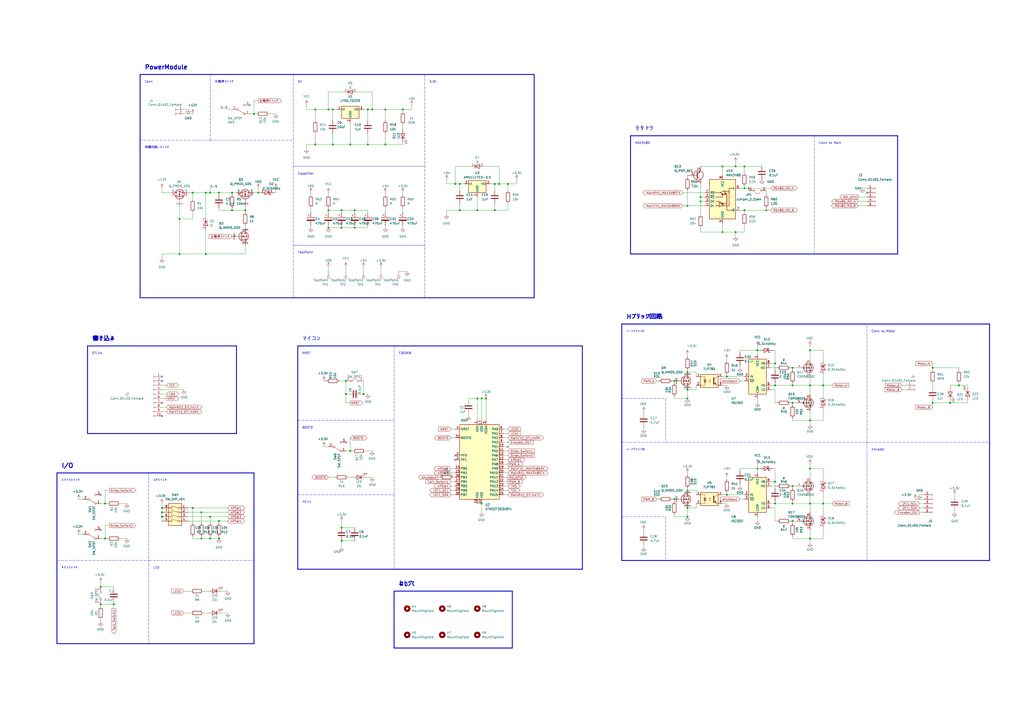
<source format=kicad_sch>
(kicad_sch (version 20211123) (generator eeschema)
  (paper "A2")
  (junction (at 398.78 231.14))
  (junction (at 431.8 96.52))
  (junction (at 182.88 63.5))
  (junction (at 439.42 203.2))
  (junction (at 58.42 350.52))
  (junction (at 93.98 299.72))
  (junction (at 193.04 83.82))
  (junction (at 449.58 279.4))
  (junction (at 281.94 231.14))
  (junction (at 459.74 292.1))
  (junction (at 444.5 121.92))
  (junction (at 210.82 228.6))
  (junction (at 294.64 106.68))
  (junction (at 419.1 96.52))
  (junction (at 398.78 299.72))
  (junction (at 119.38 147.32))
  (junction (at 276.86 231.14))
  (junction (at 279.4 292.1))
  (junction (at 469.9 243.84))
  (junction (at 287.02 106.68))
  (junction (at 266.7 121.92))
  (junction (at 426.72 96.52))
  (junction (at 431.8 109.22))
  (junction (at 431.8 121.92))
  (junction (at 398.78 119.38))
  (junction (at 449.58 292.1))
  (junction (at 134.62 121.92))
  (junction (at 149.86 111.76))
  (junction (at 190.5 121.92))
  (junction (at 142.24 121.92))
  (junction (at 190.5 63.5))
  (junction (at 205.74 121.92))
  (junction (at 391.16 289.56))
  (junction (at 398.78 284.48))
  (junction (at 276.86 121.92))
  (junction (at 200.66 220.98))
  (junction (at 264.16 106.68))
  (junction (at 426.72 134.62))
  (junction (at 391.16 220.98))
  (junction (at 459.74 281.94))
  (junction (at 469.9 312.42))
  (junction (at 58.42 340.36))
  (junction (at 205.74 132.08))
  (junction (at 104.14 147.32))
  (junction (at 398.78 215.9))
  (junction (at 398.78 294.64))
  (junction (at 193.04 63.5))
  (junction (at 406.4 116.84))
  (junction (at 459.74 223.52))
  (junction (at 419.1 134.62))
  (junction (at 287.02 121.92))
  (junction (at 477.52 292.1))
  (junction (at 266.7 106.68))
  (junction (at 111.76 294.64))
  (junction (at 279.4 231.14))
  (junction (at 469.9 271.78))
  (junction (at 469.9 292.1))
  (junction (at 398.78 226.06))
  (junction (at 223.52 83.82))
  (junction (at 93.98 297.18))
  (junction (at 203.2 261.62))
  (junction (at 190.5 132.08))
  (junction (at 198.12 132.08))
  (junction (at 233.68 63.5))
  (junction (at 406.4 114.3))
  (junction (at 203.2 83.82))
  (junction (at 434.34 109.22))
  (junction (at 127 111.76))
  (junction (at 421.64 218.44))
  (junction (at 421.64 287.02))
  (junction (at 469.9 203.2))
  (junction (at 127 312.42))
  (junction (at 198.12 121.92))
  (junction (at 449.58 223.52))
  (junction (at 213.36 83.82))
  (junction (at 66.04 350.52))
  (junction (at 60.96 292.1))
  (junction (at 116.84 312.42))
  (junction (at 459.74 233.68))
  (junction (at 182.88 83.82))
  (junction (at 215.9 63.5))
  (junction (at 477.52 223.52))
  (junction (at 551.18 233.68))
  (junction (at 121.92 299.72))
  (junction (at 198.12 313.69))
  (junction (at 541.02 213.36))
  (junction (at 121.92 312.42))
  (junction (at 147.32 66.04))
  (junction (at 459.74 302.26))
  (junction (at 541.02 233.68))
  (junction (at 134.62 111.76))
  (junction (at 104.14 127))
  (junction (at 116.84 297.18))
  (junction (at 200.66 228.6))
  (junction (at 60.96 312.42))
  (junction (at 93.98 294.64))
  (junction (at 119.38 111.76))
  (junction (at 127 302.26))
  (junction (at 111.76 111.76))
  (junction (at 459.74 213.36))
  (junction (at 198.12 306.07))
  (junction (at 213.36 63.5))
  (junction (at 439.42 271.78))
  (junction (at 469.9 223.52))
  (junction (at 449.58 210.82))
  (junction (at 223.52 63.5))
  (junction (at 556.26 223.52))
  (junction (at 121.92 111.76))
  (junction (at 289.56 106.68))
  (no_connect (at 502.92 111.76))
  (no_connect (at 93.98 218.44))
  (no_connect (at 58.42 287.02))
  (no_connect (at 264.16 266.7))
  (no_connect (at 264.16 264.16))
  (no_connect (at 93.98 233.68))
  (no_connect (at 294.64 259.08))
  (no_connect (at 200.66 256.54))
  (no_connect (at 93.98 220.98))
  (no_connect (at 144.78 60.96))
  (no_connect (at 58.42 307.34))
  (no_connect (at 93.98 241.3))
  (polyline (pts (xy 86.36 274.32) (xy 86.36 373.38)))
  (wire (pts (xy 396.24 111.76) (xy 408.94 111.76)))
  (wire (pts (xy 406.4 106.68) (xy 406.4 114.3)))
  (wire (pts (xy 406.4 114.3) (xy 408.94 114.3)))
  (wire (pts (xy 201.93 276.86) (xy 204.47 276.86)))
  (wire (pts (xy 449.58 302.26) (xy 450.85 302.26)))
  (wire (pts (xy 182.88 63.5) (xy 190.5 63.5)))
  (wire (pts (xy 389.89 220.98) (xy 391.16 220.98)))
  (wire (pts (xy 121.92 111.76) (xy 127 111.76)))
  (wire (pts (xy 541.02 213.36) (xy 556.26 213.36)))
  (wire (pts (xy 160.02 109.22) (xy 160.02 111.76)))
  (wire (pts (xy 200.66 261.62) (xy 203.2 261.62)))
  (polyline (pts (xy 574.04 325.12) (xy 574.04 187.96)) (stroke (width 0.5) (type solid)))
  (wire (pts (xy 127 120.65) (xy 127 121.92)))
  (wire (pts (xy 127 303.53) (xy 127 302.26)))
  (wire (pts (xy 459.74 311.15) (xy 459.74 312.42)))
  (wire (pts (xy 264.16 248.92) (xy 261.62 248.92)))
  (wire (pts (xy 477.52 292.1) (xy 477.52 298.45)))
  (wire (pts (xy 127 312.42) (xy 127 311.15)))
  (wire (pts (xy 419.1 292.1) (xy 421.64 292.1)))
  (wire (pts (xy 477.52 243.84) (xy 469.9 243.84)))
  (wire (pts (xy 111.76 123.19) (xy 111.76 127)))
  (wire (pts (xy 403.86 284.48) (xy 403.86 287.02)))
  (wire (pts (xy 203.2 83.82) (xy 213.36 83.82)))
  (wire (pts (xy 449.58 223.52) (xy 447.04 223.52)))
  (wire (pts (xy 127 121.92) (xy 134.62 121.92)))
  (wire (pts (xy 434.34 109.22) (xy 434.34 110.49)))
  (wire (pts (xy 294.64 106.68) (xy 299.72 106.68)))
  (wire (pts (xy 198.12 313.69) (xy 198.12 317.5)))
  (wire (pts (xy 469.9 203.2) (xy 469.9 208.28)))
  (wire (pts (xy 541.02 222.25) (xy 541.02 224.79)))
  (wire (pts (xy 223.52 120.65) (xy 223.52 123.19)))
  (polyline (pts (xy 365.76 78.74) (xy 520.7 78.74)) (stroke (width 0.5) (type solid)))
  (wire (pts (xy 561.34 223.52) (xy 561.34 224.79)))
  (wire (pts (xy 213.36 63.5) (xy 215.9 63.5)))
  (wire (pts (xy 459.74 292.1) (xy 449.58 292.1)))
  (wire (pts (xy 116.84 312.42) (xy 116.84 311.15)))
  (wire (pts (xy 449.58 203.2) (xy 449.58 210.82)))
  (wire (pts (xy 93.98 226.06) (xy 106.68 226.06)))
  (wire (pts (xy 104.14 119.38) (xy 104.14 127)))
  (wire (pts (xy 398.78 283.21) (xy 398.78 284.48)))
  (polyline (pts (xy 360.68 231.14) (xy 386.08 231.14)))
  (wire (pts (xy 93.98 299.72) (xy 93.98 302.26)))
  (polyline (pts (xy 81.28 172.72) (xy 309.88 172.72)) (stroke (width 0.5) (type solid)))
  (polyline (pts (xy 502.92 256.54) (xy 502.92 187.96)))
  (wire (pts (xy 144.78 66.04) (xy 147.32 66.04)))
  (wire (pts (xy 259.08 104.14) (xy 259.08 106.68)))
  (wire (pts (xy 459.74 302.26) (xy 462.28 302.26)))
  (wire (pts (xy 477.52 217.17) (xy 477.52 223.52)))
  (wire (pts (xy 121.92 299.72) (xy 121.92 303.53)))
  (wire (pts (xy 198.12 306.07) (xy 205.74 306.07)))
  (wire (pts (xy 177.8 63.5) (xy 182.88 63.5)))
  (wire (pts (xy 106.68 63.5) (xy 109.22 63.5)))
  (wire (pts (xy 469.9 200.66) (xy 469.9 203.2)))
  (wire (pts (xy 459.74 213.36) (xy 459.74 214.63)))
  (wire (pts (xy 444.5 120.65) (xy 444.5 121.92)))
  (wire (pts (xy 66.04 340.36) (xy 66.04 341.63)))
  (wire (pts (xy 210.82 220.98) (xy 210.82 228.6)))
  (wire (pts (xy 261.62 281.94) (xy 264.16 281.94)))
  (wire (pts (xy 459.74 281.94) (xy 462.28 281.94)))
  (polyline (pts (xy 246.38 172.72) (xy 246.38 106.68)))
  (wire (pts (xy 449.58 292.1) (xy 447.04 292.1)))
  (wire (pts (xy 434.34 109.22) (xy 447.04 109.22)))
  (wire (pts (xy 279.4 231.14) (xy 281.94 231.14)))
  (wire (pts (xy 276.86 231.14) (xy 279.4 231.14)))
  (wire (pts (xy 449.58 279.4) (xy 447.04 279.4)))
  (wire (pts (xy 193.04 63.5) (xy 193.04 69.85)))
  (wire (pts (xy 223.52 83.82) (xy 233.68 83.82)))
  (wire (pts (xy 106.68 355.6) (xy 110.49 355.6)))
  (wire (pts (xy 276.86 121.92) (xy 287.02 121.92)))
  (wire (pts (xy 391.16 298.45) (xy 391.16 299.72)))
  (wire (pts (xy 190.5 63.5) (xy 193.04 63.5)))
  (wire (pts (xy 287.02 118.11) (xy 287.02 121.92)))
  (wire (pts (xy 207.01 53.34) (xy 215.9 53.34)))
  (wire (pts (xy 213.36 77.47) (xy 213.36 83.82)))
  (wire (pts (xy 121.92 312.42) (xy 121.92 311.15)))
  (wire (pts (xy 212.09 276.86) (xy 215.9 276.86)))
  (wire (pts (xy 429.26 273.05) (xy 429.26 271.78)))
  (wire (pts (xy 431.8 130.81) (xy 431.8 134.62)))
  (wire (pts (xy 128.27 355.6) (xy 132.08 355.6)))
  (wire (pts (xy 60.96 312.42) (xy 62.23 312.42)))
  (wire (pts (xy 477.52 209.55) (xy 477.52 203.2)))
  (wire (pts (xy 177.8 83.82) (xy 177.8 86.36)))
  (wire (pts (xy 212.09 261.62) (xy 215.9 261.62)))
  (wire (pts (xy 419.1 218.44) (xy 421.64 218.44)))
  (wire (pts (xy 93.98 238.76) (xy 96.52 238.76)))
  (wire (pts (xy 403.86 292.1) (xy 403.86 294.64)))
  (wire (pts (xy 198.12 130.81) (xy 198.12 132.08)))
  (wire (pts (xy 398.78 110.49) (xy 398.78 119.38)))
  (wire (pts (xy 60.96 284.48) (xy 60.96 292.1)))
  (wire (pts (xy 469.9 307.34) (xy 469.9 312.42)))
  (wire (pts (xy 66.04 350.52) (xy 66.04 349.25)))
  (wire (pts (xy 292.1 254) (xy 294.64 254)))
  (wire (pts (xy 190.5 53.34) (xy 199.39 53.34)))
  (wire (pts (xy 292.1 248.92) (xy 294.64 248.92)))
  (wire (pts (xy 533.4 287.02) (xy 535.94 287.02)))
  (wire (pts (xy 469.9 312.42) (xy 469.9 314.96)))
  (wire (pts (xy 419.1 129.54) (xy 419.1 134.62)))
  (wire (pts (xy 111.76 294.64) (xy 111.76 303.53)))
  (wire (pts (xy 109.22 299.72) (xy 121.92 299.72)))
  (wire (pts (xy 287.02 121.92) (xy 294.64 121.92)))
  (polyline (pts (xy 360.68 299.72) (xy 386.08 299.72)))
  (wire (pts (xy 93.98 231.14) (xy 96.52 231.14)))
  (wire (pts (xy 469.9 292.1) (xy 469.9 297.18)))
  (polyline (pts (xy 228.6 375.92) (xy 297.18 375.92)) (stroke (width 0.5) (type solid)))
  (polyline (pts (xy 502.92 256.54) (xy 574.04 256.54)))
  (wire (pts (xy 233.68 111.76) (xy 233.68 113.03)))
  (polyline (pts (xy 33.02 274.32) (xy 147.32 274.32)) (stroke (width 0.5) (type solid)))
  (wire (pts (xy 156.21 66.04) (xy 160.02 66.04)))
  (wire (pts (xy 429.26 121.92) (xy 431.8 121.92)))
  (wire (pts (xy 429.26 220.98) (xy 431.8 220.98)))
  (wire (pts (xy 93.98 109.22) (xy 93.98 111.76)))
  (wire (pts (xy 553.72 295.91) (xy 553.72 297.18)))
  (wire (pts (xy 459.74 302.26) (xy 459.74 303.53)))
  (wire (pts (xy 373.38 238.76) (xy 373.38 240.03)))
  (wire (pts (xy 398.78 205.74) (xy 398.78 207.01)))
  (wire (pts (xy 448.31 271.78) (xy 449.58 271.78)))
  (wire (pts (xy 421.64 276.86) (xy 421.64 278.13)))
  (wire (pts (xy 444.5 110.49) (xy 444.5 113.03)))
  (polyline (pts (xy 228.6 342.9) (xy 297.18 342.9)) (stroke (width 0.5) (type solid)))
  (wire (pts (xy 449.58 222.25) (xy 449.58 223.52)))
  (wire (pts (xy 109.22 111.76) (xy 111.76 111.76)))
  (wire (pts (xy 431.8 107.95) (xy 431.8 109.22)))
  (wire (pts (xy 223.52 111.76) (xy 223.52 113.03)))
  (wire (pts (xy 541.02 232.41) (xy 541.02 233.68)))
  (wire (pts (xy 233.68 130.81) (xy 233.68 132.08)))
  (wire (pts (xy 469.9 292.1) (xy 459.74 292.1)))
  (wire (pts (xy 142.24 142.24) (xy 142.24 147.32)))
  (wire (pts (xy 58.42 337.82) (xy 58.42 340.36)))
  (wire (pts (xy 203.2 254) (xy 203.2 261.62)))
  (polyline (pts (xy 309.88 172.72) (xy 309.88 43.18)) (stroke (width 0.5) (type solid)))
  (wire (pts (xy 449.58 294.64) (xy 449.58 302.26)))
  (wire (pts (xy 477.52 278.13) (xy 477.52 271.78)))
  (wire (pts (xy 469.9 287.02) (xy 469.9 292.1)))
  (wire (pts (xy 149.86 58.42) (xy 147.32 58.42)))
  (wire (pts (xy 58.42 350.52) (xy 58.42 351.79)))
  (wire (pts (xy 261.62 254) (xy 264.16 254)))
  (polyline (pts (xy 172.72 243.84) (xy 228.6 243.84)))
  (wire (pts (xy 223.52 63.5) (xy 223.52 69.85)))
  (wire (pts (xy 213.36 132.08) (xy 213.36 130.81)))
  (wire (pts (xy 477.52 223.52) (xy 477.52 229.87)))
  (wire (pts (xy 449.58 233.68) (xy 450.85 233.68)))
  (wire (pts (xy 182.88 77.47) (xy 182.88 83.82)))
  (polyline (pts (xy 386.08 231.14) (xy 386.08 256.54)))
  (polyline (pts (xy 246.38 43.18) (xy 246.38 106.68)))
  (wire (pts (xy 193.04 63.5) (xy 195.58 63.5)))
  (wire (pts (xy 93.98 228.6) (xy 96.52 228.6)))
  (wire (pts (xy 419.1 96.52) (xy 426.72 96.52)))
  (wire (pts (xy 259.08 106.68) (xy 264.16 106.68)))
  (wire (pts (xy 259.08 121.92) (xy 259.08 124.46)))
  (wire (pts (xy 469.9 223.52) (xy 469.9 228.6)))
  (wire (pts (xy 58.42 292.1) (xy 60.96 292.1)))
  (polyline (pts (xy 147.32 373.38) (xy 147.32 274.32)) (stroke (width 0.5) (type solid)))
  (wire (pts (xy 421.64 208.28) (xy 421.64 209.55)))
  (polyline (pts (xy 50.8 251.46) (xy 137.16 251.46)) (stroke (width 0.5) (type solid)))
  (wire (pts (xy 469.9 238.76) (xy 469.9 243.84)))
  (wire (pts (xy 292.1 251.46) (xy 294.64 251.46)))
  (wire (pts (xy 233.68 120.65) (xy 233.68 123.19)))
  (wire (pts (xy 261.62 279.4) (xy 264.16 279.4)))
  (wire (pts (xy 60.96 304.8) (xy 60.96 312.42)))
  (wire (pts (xy 289.56 106.68) (xy 294.64 106.68)))
  (wire (pts (xy 419.1 96.52) (xy 419.1 101.6)))
  (wire (pts (xy 292.1 271.78) (xy 294.64 271.78)))
  (wire (pts (xy 93.98 223.52) (xy 96.52 223.52)))
  (wire (pts (xy 439.42 299.72) (xy 439.42 302.26)))
  (wire (pts (xy 45.72 309.88) (xy 48.26 309.88)))
  (wire (pts (xy 280.67 96.52) (xy 289.56 96.52)))
  (wire (pts (xy 266.7 118.11) (xy 266.7 121.92)))
  (wire (pts (xy 292.1 269.24) (xy 294.64 269.24)))
  (wire (pts (xy 389.89 289.56) (xy 391.16 289.56)))
  (wire (pts (xy 429.26 280.67) (xy 429.26 281.94)))
  (wire (pts (xy 431.8 134.62) (xy 426.72 134.62)))
  (wire (pts (xy 210.82 228.6) (xy 213.36 228.6)))
  (wire (pts (xy 406.4 134.62) (xy 419.1 134.62)))
  (polyline (pts (xy 172.72 200.66) (xy 337.82 200.66)) (stroke (width 0.5) (type solid)))
  (wire (pts (xy 271.78 231.14) (xy 276.86 231.14)))
  (wire (pts (xy 459.74 243.84) (xy 469.9 243.84)))
  (wire (pts (xy 439.42 200.66) (xy 439.42 203.2)))
  (wire (pts (xy 109.22 297.18) (xy 116.84 297.18)))
  (wire (pts (xy 116.84 303.53) (xy 116.84 297.18)))
  (wire (pts (xy 104.14 147.32) (xy 119.38 147.32)))
  (wire (pts (xy 132.08 63.5) (xy 134.62 63.5)))
  (wire (pts (xy 231.14 157.48) (xy 236.22 157.48)))
  (wire (pts (xy 381 289.56) (xy 382.27 289.56)))
  (wire (pts (xy 190.5 120.65) (xy 190.5 121.92)))
  (wire (pts (xy 182.88 83.82) (xy 193.04 83.82)))
  (wire (pts (xy 213.36 83.82) (xy 223.52 83.82)))
  (wire (pts (xy 289.56 96.52) (xy 289.56 106.68)))
  (wire (pts (xy 193.04 77.47) (xy 193.04 83.82)))
  (wire (pts (xy 477.52 223.52) (xy 482.6 223.52)))
  (wire (pts (xy 261.62 271.78) (xy 264.16 271.78)))
  (wire (pts (xy 215.9 53.34) (xy 215.9 63.5)))
  (wire (pts (xy 426.72 134.62) (xy 426.72 137.16)))
  (wire (pts (xy 271.78 232.41) (xy 271.78 231.14)))
  (wire (pts (xy 398.78 284.48) (xy 403.86 284.48)))
  (wire (pts (xy 447.04 226.06) (xy 449.58 226.06)))
  (wire (pts (xy 497.84 116.84) (xy 502.92 116.84)))
  (wire (pts (xy 93.98 147.32) (xy 93.98 149.86)))
  (wire (pts (xy 459.74 223.52) (xy 449.58 223.52)))
  (wire (pts (xy 121.92 109.22) (xy 121.92 111.76)))
  (wire (pts (xy 439.42 271.78) (xy 440.69 271.78)))
  (wire (pts (xy 497.84 114.3) (xy 502.92 114.3)))
  (polyline (pts (xy 33.02 325.12) (xy 86.36 325.12)))
  (wire (pts (xy 287.02 106.68) (xy 287.02 110.49)))
  (wire (pts (xy 426.72 96.52) (xy 426.72 93.98)))
  (wire (pts (xy 45.72 289.56) (xy 48.26 289.56)))
  (wire (pts (xy 190.5 154.94) (xy 190.5 157.48)))
  (wire (pts (xy 205.74 132.08) (xy 213.36 132.08)))
  (wire (pts (xy 187.96 220.98) (xy 189.23 220.98)))
  (wire (pts (xy 477.52 237.49) (xy 477.52 243.84)))
  (wire (pts (xy 279.4 292.1) (xy 279.4 297.18)))
  (wire (pts (xy 477.52 306.07) (xy 477.52 312.42)))
  (wire (pts (xy 398.78 226.06) (xy 398.78 231.14)))
  (polyline (pts (xy 33.02 274.32) (xy 33.02 373.38)) (stroke (width 0.5) (type solid)))
  (wire (pts (xy 261.62 287.02) (xy 264.16 287.02)))
  (wire (pts (xy 391.16 231.14) (xy 398.78 231.14)))
  (wire (pts (xy 287.02 106.68) (xy 289.56 106.68)))
  (wire (pts (xy 426.72 134.62) (xy 419.1 134.62)))
  (wire (pts (xy 553.72 287.02) (xy 553.72 288.29)))
  (wire (pts (xy 205.74 130.81) (xy 205.74 132.08)))
  (wire (pts (xy 200.66 220.98) (xy 200.66 228.6)))
  (wire (pts (xy 106.68 66.04) (xy 111.76 66.04)))
  (polyline (pts (xy 472.44 78.74) (xy 472.44 147.32)))
  (wire (pts (xy 439.42 231.14) (xy 439.42 233.68)))
  (wire (pts (xy 429.26 212.09) (xy 429.26 213.36)))
  (wire (pts (xy 266.7 106.68) (xy 266.7 110.49)))
  (wire (pts (xy 233.68 72.39) (xy 233.68 74.93)))
  (polyline (pts (xy 365.76 147.32) (xy 520.7 147.32)) (stroke (width 0.5) (type solid)))
  (wire (pts (xy 63.5 304.8) (xy 60.96 304.8)))
  (wire (pts (xy 127 111.76) (xy 134.62 111.76)))
  (wire (pts (xy 431.8 109.22) (xy 434.34 109.22)))
  (wire (pts (xy 142.24 121.92) (xy 142.24 123.19)))
  (wire (pts (xy 477.52 203.2) (xy 469.9 203.2)))
  (wire (pts (xy 121.92 312.42) (xy 116.84 312.42)))
  (wire (pts (xy 266.7 106.68) (xy 269.24 106.68)))
  (wire (pts (xy 193.04 83.82) (xy 203.2 83.82)))
  (wire (pts (xy 381 220.98) (xy 382.27 220.98)))
  (wire (pts (xy 213.36 63.5) (xy 213.36 69.85)))
  (wire (pts (xy 421.64 217.17) (xy 421.64 218.44)))
  (wire (pts (xy 134.62 121.92) (xy 142.24 121.92)))
  (wire (pts (xy 142.24 130.81) (xy 142.24 132.08)))
  (wire (pts (xy 142.24 119.38) (xy 142.24 121.92)))
  (wire (pts (xy 429.26 203.2) (xy 439.42 203.2)))
  (wire (pts (xy 541.02 213.36) (xy 541.02 214.63)))
  (wire (pts (xy 255.27 276.86) (xy 254 276.86)))
  (wire (pts (xy 459.74 233.68) (xy 462.28 233.68)))
  (wire (pts (xy 398.78 294.64) (xy 398.78 299.72)))
  (wire (pts (xy 200.66 154.94) (xy 200.66 157.48)))
  (wire (pts (xy 458.47 233.68) (xy 459.74 233.68)))
  (wire (pts (xy 391.16 289.56) (xy 391.16 290.83)))
  (polyline (pts (xy 365.76 147.32) (xy 365.76 78.74)) (stroke (width 0.5) (type solid)))
  (wire (pts (xy 147.32 66.04) (xy 148.59 66.04)))
  (wire (pts (xy 111.76 111.76) (xy 111.76 115.57)))
  (wire (pts (xy 449.58 210.82) (xy 449.58 214.63)))
  (wire (pts (xy 118.11 355.6) (xy 120.65 355.6)))
  (wire (pts (xy 180.34 120.65) (xy 180.34 123.19)))
  (wire (pts (xy 128.27 342.9) (xy 132.08 342.9)))
  (wire (pts (xy 259.08 121.92) (xy 266.7 121.92)))
  (wire (pts (xy 63.5 284.48) (xy 60.96 284.48)))
  (wire (pts (xy 449.58 210.82) (xy 447.04 210.82)))
  (wire (pts (xy 210.82 154.94) (xy 210.82 157.48)))
  (polyline (pts (xy 172.72 330.2) (xy 337.82 330.2)) (stroke (width 0.5) (type solid)))
  (wire (pts (xy 271.78 240.03) (xy 271.78 241.3)))
  (wire (pts (xy 551.18 223.52) (xy 556.26 223.52)))
  (wire (pts (xy 439.42 203.2) (xy 439.42 205.74)))
  (wire (pts (xy 279.4 243.84) (xy 279.4 231.14)))
  (wire (pts (xy 281.94 231.14) (xy 281.94 243.84)))
  (wire (pts (xy 66.04 340.36) (xy 58.42 340.36)))
  (polyline (pts (xy 360.68 187.96) (xy 574.04 187.96)) (stroke (width 0.5) (type solid)))
  (wire (pts (xy 294.64 118.11) (xy 294.64 121.92)))
  (polyline (pts (xy 86.36 325.12) (xy 147.32 325.12)))
  (wire (pts (xy 477.52 285.75) (xy 477.52 292.1)))
  (wire (pts (xy 373.38 316.23) (xy 373.38 317.5)))
  (wire (pts (xy 205.74 313.69) (xy 198.12 313.69)))
  (wire (pts (xy 111.76 111.76) (xy 119.38 111.76)))
  (wire (pts (xy 203.2 71.12) (xy 203.2 83.82)))
  (wire (pts (xy 373.38 247.65) (xy 373.38 248.92)))
  (wire (pts (xy 111.76 127) (xy 104.14 127)))
  (wire (pts (xy 292.1 274.32) (xy 294.64 274.32)))
  (wire (pts (xy 134.62 120.65) (xy 134.62 121.92)))
  (polyline (pts (xy 502.92 256.54) (xy 502.92 325.12)))
  (wire (pts (xy 111.76 294.64) (xy 132.08 294.64)))
  (wire (pts (xy 210.82 228.6) (xy 209.55 228.6)))
  (polyline (pts (xy 170.18 142.24) (xy 246.38 142.24)) (stroke (width 0) (type solid)))
  (wire (pts (xy 292.1 276.86) (xy 294.64 276.86)))
  (wire (pts (xy 69.85 312.42) (xy 73.66 312.42)))
  (wire (pts (xy 398.78 215.9) (xy 403.86 215.9)))
  (wire (pts (xy 127 111.76) (xy 127 113.03)))
  (wire (pts (xy 203.2 261.62) (xy 204.47 261.62)))
  (wire (pts (xy 429.26 204.47) (xy 429.26 203.2)))
  (wire (pts (xy 134.62 111.76) (xy 134.62 113.03)))
  (wire (pts (xy 459.74 281.94) (xy 459.74 283.21)))
  (wire (pts (xy 551.18 232.41) (xy 551.18 233.68)))
  (wire (pts (xy 533.4 297.18) (xy 535.94 297.18)))
  (wire (pts (xy 213.36 121.92) (xy 213.36 123.19)))
  (wire (pts (xy 525.78 223.52) (xy 523.24 223.52)))
  (polyline (pts (xy 228.6 200.66) (xy 228.6 287.02)))
  (wire (pts (xy 556.26 222.25) (xy 556.26 223.52)))
  (wire (pts (xy 292.1 256.54) (xy 294.64 256.54)))
  (polyline (pts (xy 81.28 81.28) (xy 121.92 81.28)))
  (wire (pts (xy 190.5 53.34) (xy 190.5 63.5)))
  (wire (pts (xy 398.78 226.06) (xy 403.86 226.06)))
  (wire (pts (xy 444.5 121.92) (xy 447.04 121.92)))
  (wire (pts (xy 429.26 109.22) (xy 431.8 109.22)))
  (wire (pts (xy 223.52 77.47) (xy 223.52 83.82)))
  (wire (pts (xy 429.26 289.56) (xy 431.8 289.56)))
  (wire (pts (xy 200.66 233.68) (xy 200.66 228.6)))
  (wire (pts (xy 431.8 96.52) (xy 431.8 100.33)))
  (wire (pts (xy 458.47 213.36) (xy 459.74 213.36)))
  (wire (pts (xy 233.68 82.55) (xy 233.68 83.82)))
  (polyline (pts (xy 33.02 373.38) (xy 147.32 373.38)) (stroke (width 0.5) (type solid)))
  (polyline (pts (xy 137.16 200.66) (xy 50.8 200.66)) (stroke (width 0.5) (type solid)))
  (wire (pts (xy 276.86 114.3) (xy 276.86 121.92)))
  (wire (pts (xy 196.85 220.98) (xy 200.66 220.98)))
  (wire (pts (xy 561.34 233.68) (xy 551.18 233.68)))
  (wire (pts (xy 431.8 121.92) (xy 444.5 121.92)))
  (wire (pts (xy 477.52 292.1) (xy 469.9 292.1)))
  (wire (pts (xy 264.16 96.52) (xy 273.05 96.52)))
  (wire (pts (xy 556.26 214.63) (xy 556.26 213.36)))
  (wire (pts (xy 116.84 312.42) (xy 111.76 312.42)))
  (wire (pts (xy 292.1 259.08) (xy 294.64 259.08)))
  (wire (pts (xy 459.74 213.36) (xy 462.28 213.36)))
  (polyline (pts (xy 228.6 287.02) (xy 228.6 330.2)))
  (polyline (pts (xy 50.8 200.66) (xy 50.8 251.46)) (stroke (width 0.5) (type solid)))
  (wire (pts (xy 121.92 299.72) (xy 132.08 299.72)))
  (wire (pts (xy 60.96 292.1) (xy 62.23 292.1)))
  (wire (pts (xy 111.76 312.42) (xy 111.76 311.15)))
  (wire (pts (xy 561.34 232.41) (xy 561.34 233.68)))
  (wire (pts (xy 525.78 226.06) (xy 523.24 226.06)))
  (wire (pts (xy 458.47 302.26) (xy 459.74 302.26)))
  (wire (pts (xy 398.78 101.6) (xy 398.78 102.87)))
  (wire (pts (xy 469.9 243.84) (xy 469.9 246.38)))
  (wire (pts (xy 292.1 284.48) (xy 294.64 284.48)))
  (wire (pts (xy 276.86 292.1) (xy 279.4 292.1)))
  (wire (pts (xy 469.9 271.78) (xy 469.9 276.86)))
  (wire (pts (xy 93.98 111.76) (xy 99.06 111.76)))
  (wire (pts (xy 458.47 281.94) (xy 459.74 281.94)))
  (wire (pts (xy 104.14 147.32) (xy 93.98 147.32)))
  (wire (pts (xy 431.8 96.52) (xy 441.96 96.52)))
  (wire (pts (xy 439.42 203.2) (xy 440.69 203.2)))
  (wire (pts (xy 421.64 287.02) (xy 431.8 287.02)))
  (wire (pts (xy 210.82 63.5) (xy 213.36 63.5)))
  (wire (pts (xy 292.1 281.94) (xy 294.64 281.94)))
  (wire (pts (xy 223.52 130.81) (xy 223.52 132.08)))
  (wire (pts (xy 264.16 96.52) (xy 264.16 106.68)))
  (wire (pts (xy 398.78 294.64) (xy 403.86 294.64)))
  (wire (pts (xy 292.1 287.02) (xy 294.64 287.02)))
  (wire (pts (xy 373.38 307.34) (xy 373.38 308.61)))
  (wire (pts (xy 238.76 63.5) (xy 233.68 63.5)))
  (wire (pts (xy 429.26 271.78) (xy 439.42 271.78)))
  (wire (pts (xy 215.9 63.5) (xy 223.52 63.5)))
  (wire (pts (xy 106.68 342.9) (xy 110.49 342.9)))
  (polyline (pts (xy 297.18 375.92) (xy 297.18 342.9)) (stroke (width 0.5) (type solid)))
  (wire (pts (xy 459.74 242.57) (xy 459.74 243.84)))
  (wire (pts (xy 190.5 132.08) (xy 198.12 132.08)))
  (wire (pts (xy 477.52 223.52) (xy 469.9 223.52)))
  (wire (pts (xy 459.74 233.68) (xy 459.74 234.95)))
  (wire (pts (xy 147.32 58.42) (xy 147.32 66.04)))
  (wire (pts (xy 426.72 96.52) (xy 431.8 96.52)))
  (polyline (pts (xy 170.18 96.52) (xy 246.38 96.52)) (stroke (width 0) (type solid)))
  (polyline (pts (xy 228.6 342.9) (xy 228.6 375.92)) (stroke (width 0.5) (type solid)))
  (wire (pts (xy 398.78 274.32) (xy 398.78 275.59)))
  (wire (pts (xy 264.16 106.68) (xy 266.7 106.68)))
  (wire (pts (xy 180.34 111.76) (xy 180.34 113.03)))
  (wire (pts (xy 109.22 294.64) (xy 111.76 294.64)))
  (polyline (pts (xy 360.68 187.96) (xy 360.68 325.12)) (stroke (width 0.5) (type solid)))
  (wire (pts (xy 431.8 121.92) (xy 431.8 123.19)))
  (wire (pts (xy 406.4 96.52) (xy 419.1 96.52)))
  (wire (pts (xy 391.16 299.72) (xy 398.78 299.72)))
  (wire (pts (xy 205.74 121.92) (xy 205.74 123.19)))
  (wire (pts (xy 119.38 111.76) (xy 119.38 125.73)))
  (wire (pts (xy 262.89 276.86) (xy 264.16 276.86)))
  (wire (pts (xy 477.52 271.78) (xy 469.9 271.78)))
  (wire (pts (xy 439.42 271.78) (xy 439.42 274.32)))
  (wire (pts (xy 127 312.42) (xy 121.92 312.42)))
  (wire (pts (xy 158.75 111.76) (xy 160.02 111.76)))
  (wire (pts (xy 406.4 116.84) (xy 408.94 116.84)))
  (wire (pts (xy 198.12 132.08) (xy 205.74 132.08)))
  (wire (pts (xy 292.1 261.62) (xy 294.64 261.62)))
  (wire (pts (xy 198.12 121.92) (xy 198.12 123.19)))
  (wire (pts (xy 187.96 259.08) (xy 190.5 259.08)))
  (wire (pts (xy 190.5 276.86) (xy 194.31 276.86)))
  (wire (pts (xy 119.38 147.32) (xy 142.24 147.32)))
  (wire (pts (xy 119.38 133.35) (xy 119.38 147.32)))
  (wire (pts (xy 403.86 226.06) (xy 403.86 223.52)))
  (wire (pts (xy 134.62 111.76) (xy 137.16 111.76)))
  (wire (pts (xy 177.8 60.96) (xy 177.8 63.5)))
  (wire (pts (xy 223.52 63.5) (xy 233.68 63.5)))
  (wire (pts (xy 127 302.26) (xy 132.08 302.26)))
  (wire (pts (xy 403.86 215.9) (xy 403.86 218.44)))
  (wire (pts (xy 198.12 121.92) (xy 205.74 121.92)))
  (wire (pts (xy 294.64 106.68) (xy 294.64 110.49)))
  (wire (pts (xy 459.74 312.42) (xy 469.9 312.42)))
  (wire (pts (xy 396.24 119.38) (xy 398.78 119.38)))
  (wire (pts (xy 238.76 60.96) (xy 238.76 63.5)))
  (wire (pts (xy 66.04 350.52) (xy 58.42 350.52)))
  (wire (pts (xy 220.98 154.94) (xy 220.98 157.48)))
  (polyline (pts (xy 360.68 256.54) (xy 502.92 256.54)))
  (polyline (pts (xy 170.18 43.18) (xy 170.18 172.72)))
  (wire (pts (xy 449.58 279.4) (xy 449.58 283.21)))
  (wire (pts (xy 292.1 266.7) (xy 294.64 266.7)))
  (wire (pts (xy 477.52 292.1) (xy 482.6 292.1)))
  (polyline (pts (xy 360.68 325.12) (xy 574.04 325.12)) (stroke (width 0.5) (type solid)))
  (wire (pts (xy 421.64 285.75) (xy 421.64 287.02)))
  (wire (pts (xy 69.85 292.1) (xy 73.66 292.1)))
  (wire (pts (xy 439.42 269.24) (xy 439.42 271.78)))
  (wire (pts (xy 419.1 223.52) (xy 421.64 223.52)))
  (wire (pts (xy 205.74 121.92) (xy 213.36 121.92)))
  (wire (pts (xy 541.02 210.82) (xy 541.02 213.36)))
  (wire (pts (xy 190.5 130.81) (xy 190.5 132.08)))
  (wire (pts (xy 447.04 281.94) (xy 450.85 281.94)))
  (wire (pts (xy 203.2 233.68) (xy 200.66 233.68)))
  (wire (pts (xy 449.58 290.83) (xy 449.58 292.1)))
  (wire (pts (xy 447.04 213.36) (xy 450.85 213.36)))
  (wire (pts (xy 284.48 106.68) (xy 287.02 106.68)))
  (wire (pts (xy 469.9 218.44) (xy 469.9 223.52)))
  (wire (pts (xy 66.04 350.52) (xy 66.04 353.06)))
  (wire (pts (xy 58.42 312.42) (xy 60.96 312.42)))
  (wire (pts (xy 200.66 228.6) (xy 201.93 228.6)))
  (wire (pts (xy 190.5 111.76) (xy 190.5 113.03)))
  (wire (pts (xy 398.78 214.63) (xy 398.78 215.9)))
  (wire (pts (xy 149.86 109.22) (xy 149.86 111.76)))
  (wire (pts (xy 419.1 287.02) (xy 421.64 287.02)))
  (wire (pts (xy 58.42 359.41) (xy 58.42 360.68)))
  (wire (pts (xy 497.84 119.38) (xy 502.92 119.38)))
  (wire (pts (xy 406.4 116.84) (xy 406.4 124.46)))
  (wire (pts (xy 299.72 104.14) (xy 299.72 106.68)))
  (wire (pts (xy 406.4 132.08) (xy 406.4 134.62)))
  (wire (pts (xy 459.74 290.83) (xy 459.74 292.1)))
  (wire (pts (xy 93.98 236.22) (xy 96.52 236.22)))
  (polyline (pts (xy 520.7 78.74) (xy 520.7 147.32)) (stroke (width 0.5) (type solid)))
  (wire (pts (xy 177.8 83.82) (xy 182.88 83.82)))
  (wire (pts (xy 533.4 294.64) (xy 535.94 294.64)))
  (wire (pts (xy 233.68 64.77) (xy 233.68 63.5)))
  (wire (pts (xy 190.5 121.92) (xy 190.5 123.19)))
  (wire (pts (xy 118.11 342.9) (xy 120.65 342.9)))
  (wire (pts (xy 266.7 121.92) (xy 276.86 121.92)))
  (wire (pts (xy 198.12 302.26) (xy 198.12 306.07)))
  (wire (pts (xy 459.74 222.25) (xy 459.74 223.52)))
  (wire (pts (xy 541.02 233.68) (xy 541.02 236.22)))
  (wire (pts (xy 447.04 294.64) (xy 449.58 294.64)))
  (polyline (pts (xy 121.92 81.28) (xy 170.18 81.28)))
  (wire (pts (xy 391.16 220.98) (xy 391.16 222.25)))
  (wire (pts (xy 93.98 292.1) (xy 93.98 294.64)))
  (wire (pts (xy 93.98 294.64) (xy 93.98 297.18)))
  (wire (pts (xy 292.1 264.16) (xy 294.64 264.16)))
  (wire (pts (xy 421.64 218.44) (xy 431.8 218.44)))
  (wire (pts (xy 556.26 223.52) (xy 561.34 223.52)))
  (wire (pts (xy 533.4 292.1) (xy 535.94 292.1)))
  (wire (pts (xy 276.86 231.14) (xy 276.86 243.84)))
  (polyline (pts (xy 121.92 81.28) (xy 121.92 43.18)))
  (wire (pts (xy 149.86 111.76) (xy 151.13 111.76)))
  (wire (pts (xy 502.92 109.22) (xy 500.38 109.22)))
  (wire (pts (xy 180.34 130.81) (xy 180.34 132.08)))
  (wire (pts (xy 398.78 119.38) (xy 408.94 119.38)))
  (polyline (pts (xy 172.72 287.02) (xy 228.6 287.02)))
  (wire (pts (xy 261.62 274.32) (xy 264.16 274.32)))
  (wire (pts (xy 469.9 223.52) (xy 459.74 223.52)))
  (wire (pts (xy 190.5 121.92) (xy 198.12 121.92)))
  (polyline (pts (xy 81.28 43.18) (xy 309.88 43.18)) (stroke (width 0.5) (type solid)))
  (wire (pts (xy 406.4 114.3) (xy 406.4 116.84)))
  (polyline (pts (xy 172.72 200.66) (xy 172.72 330.2)) (stroke (width 0.5) (type solid)))
  (wire (pts (xy 147.32 111.76) (xy 149.86 111.76)))
  (wire (pts (xy 119.38 111.76) (xy 121.92 111.76)))
  (wire (pts (xy 391.16 229.87) (xy 391.16 231.14)))
  (polyline (pts (xy 386.08 299.72) (xy 386.08 325.12)))
  (wire (pts (xy 182.88 63.5) (xy 182.88 69.85)))
  (wire (pts (xy 261.62 284.48) (xy 264.16 284.48)))
  (polyline (pts (xy 137.16 251.46) (xy 137.16 200.66)) (stroke (width 0.5) (type solid)))
  (polyline (pts (xy 81.28 43.18) (xy 81.28 172.72)) (stroke (width 0.5) (type solid)))
  (wire (pts (xy 109.22 302.26) (xy 127 302.26)))
  (wire (pts (xy 93.98 297.18) (xy 93.98 299.72)))
  (polyline (pts (xy 337.82 330.2) (xy 337.82 200.66)) (stroke (width 0.5) (type solid)))
  (wire (pts (xy 104.14 127) (xy 104.14 147.32)))
  (wire (pts (xy 449.58 271.78) (xy 449.58 279.4)))
  (wire (pts (xy 469.9 269.24) (xy 469.9 271.78)))
  (wire (pts (xy 116.84 297.18) (xy 132.08 297.18)))
  (wire (pts (xy 477.52 312.42) (xy 469.9 312.42)))
  (wire (pts (xy 551.18 224.79) (xy 551.18 223.52)))
  (wire (pts (xy 551.18 233.68) (xy 541.02 233.68)))
  (wire (pts (xy 292.1 279.4) (xy 294.64 279.4)))
  (wire (pts (xy 530.86 289.56) (xy 535.94 289.56)))
  (wire (pts (xy 449.58 226.06) (xy 449.58 233.68)))
  (wire (pts (xy 448.31 203.2) (xy 449.58 203.2)))
  (text "Conn to Main" (at 474.98 83.82 0) (effects (font (size 1.27 1.27)) (justify left bottom)))
  (text "LED" (at 88.9 330.2 0) (effects (font (size 1.27 1.27)) (justify left bottom)))
  (text "MAX3485" (at 368.3 83.82 0) (effects (font (size 1.27 1.27)) (justify left bottom)))
  (text "STLink" (at 53.34 205.74 0) (effects (font (size 1.27 1.27)) (justify left bottom)))
  (text "Encoder" (at 505.46 261.62 0) (effects (font (size 1.27 1.27)) (justify left bottom)))
  (text "ハーフブリッジB" (at 363.22 261.62 0) (effects (font (size 1.27 1.27)) (justify left bottom)))
  (text "保護回路・スイッチ" (at 83.82 86.36 0) (effects (font (size 1.27 1.27)) (justify left bottom)))
  (text "TestPoint" (at 172.72 147.32 0) (effects (font (size 1.27 1.27)) (justify left bottom)))
  (text "マイコン" (at 175.26 198.12 0) (effects (font (size 2.54 2.54) (thickness 0.254) bold) (justify left bottom)))
  (text "5V" (at 172.72 48.26 0) (effects (font (size 1.27 1.27)) (justify left bottom)))
  (text "スライドスイッチ" (at 35.56 279.4 0) (effects (font (size 1.27 1.27)) (justify left bottom)))
  (text "NRST" (at 175.26 205.74 0) (effects (font (size 1.27 1.27)) (justify left bottom)))
  (text "タクトスイッチ" (at 35.56 330.2 0) (effects (font (size 1.27 1.27)) (justify left bottom)))
  (text "パスコン" (at 175.26 292.1 0) (effects (font (size 1.27 1.27)) (justify left bottom)))
  (text "3.3V" (at 248.92 48.26 0) (effects (font (size 1.27 1.27)) (justify left bottom)))
  (text "I/O" (at 35.56 271.78 0) (effects (font (size 2.54 2.54) (thickness 0.508) bold) (justify left bottom)))
  (text "ねじ穴" (at 231.14 340.36 0) (effects (font (size 2.54 2.54) (thickness 0.508) bold) (justify left bottom)))
  (text "PowerModule" (at 83.82 40.64 0) (effects (font (size 2.54 2.54) (thickness 0.508) bold) (justify left bottom)))
  (text "Conn" (at 83.82 48.26 0) (effects (font (size 1.27 1.27)) (justify left bottom)))
  (text "モタドラ" (at 368.3 76.2 0) (effects (font (size 2.54 2.54) (thickness 0.254) bold) (justify left bottom)))
  (text "Conn to Motor" (at 505.46 193.04 0) (effects (font (size 1.27 1.27)) (justify left bottom)))
  (text "ハーフブリッジA" (at 363.22 193.04 0) (effects (font (size 1.27 1.27)) (justify left bottom)))
  (text "Capacitor" (at 172.72 101.6 0) (effects (font (size 1.27 1.27)) (justify left bottom)))
  (text "主電源スイッチ" (at 124.46 48.26 0) (effects (font (size 1.27 1.27)) (justify left bottom)))
  (text "4Pスイッチ" (at 88.9 279.4 0) (effects (font (size 1.27 1.27)) (justify left bottom)))
  (text "BOOT0" (at 175.26 248.92 0) (effects (font (size 1.27 1.27)) (justify left bottom)))
  (text "F303K8" (at 231.14 205.74 0) (effects (font (size 1.27 1.27)) (justify left bottom)))
  (text "Hブリッジ回路" (at 363.22 185.42 0) (effects (font (size 2.54 2.54) (thickness 0.508) bold) (justify left bottom)))
  (text "書き込み" (at 53.34 198.12 0) (effects (font (size 2.54 2.54) (thickness 0.508) bold) (justify left bottom)))
  (label "S-S" (at 121.92 109.22 0))
  (label "S-S" (at 132.08 63.5 180))
  (global_label "NRST" (shape output) (at 203.2 233.68 0) (property "Intersheet References" "${INTERSHEET_REFS}" (effects hide)))
  (global_label "Motor_B" (shape input) (at 541.02 236.22 180) (property "Intersheet References" "${INTERSHEET_REFS}" (effects hide)))
  (global_label "MainRX1_MAX3485TX" (shape bidirectional) (at 396.24 111.76 180) (property "Intersheet References" "${INTERSHEET_REFS}" (effects hide)))
  (global_label "4PSW1" (shape bidirectional) (at 294.64 266.7 0) (property "Intersheet References" "${INTERSHEET_REFS}" (effects hide)))
  (global_label "Encoder_OUT" (shape input) (at 294.64 256.54 0) (property "Intersheet References" "${INTERSHEET_REFS}" (effects hide)))
  (global_label "Encoder_OUT" (shape output) (at 533.4 297.18 180) (property "Intersheet References" "${INTERSHEET_REFS}" (effects hide)))
  (global_label "Slide_Switch2" (shape input) (at 294.64 264.16 0) (property "Intersheet References" "${INTERSHEET_REFS}" (effects hide)))
  (global_label "shutdown" (shape output) (at 254 276.86 180) (property "Intersheet References" "${INTERSHEET_REFS}" (effects hide)))
  (global_label "I2C1_SDA" (shape bidirectional) (at 533.4 294.64 180) (property "Intersheet References" "${INTERSHEET_REFS}" (effects hide)))
  (global_label "MainRX2_STLinkTX" (shape bidirectional) (at 294.64 287.02 0) (property "Intersheet References" "${INTERSHEET_REFS}" (effects hide)))
  (global_label "Tact_Switch1" (shape input) (at 261.62 279.4 180) (property "Intersheet References" "${INTERSHEET_REFS}" (effects hide)))
  (global_label "I2C1_SCL" (shape bidirectional) (at 261.62 284.48 180) (property "Intersheet References" "${INTERSHEET_REFS}" (effects hide)))
  (global_label "RS485_MD_A" (shape bidirectional) (at 497.84 116.84 180) (property "Intersheet References" "${INTERSHEET_REFS}" (effects hide)))
  (global_label "LED1" (shape input) (at 294.64 251.46 0) (property "Intersheet References" "${INTERSHEET_REFS}" (effects hide)))
  (global_label "I2C1_SCL" (shape bidirectional) (at 533.4 292.1 180) (property "Intersheet References" "${INTERSHEET_REFS}" (effects hide)))
  (global_label "RS485_MD_B" (shape bidirectional) (at 447.04 121.92 0) (property "Intersheet References" "${INTERSHEET_REFS}" (effects hide)))
  (global_label "RS485_MD_B" (shape bidirectional) (at 497.84 119.38 180) (property "Intersheet References" "${INTERSHEET_REFS}" (effects hide)))
  (global_label "MainRX1_MAX3485TX" (shape bidirectional) (at 294.64 274.32 0) (property "Intersheet References" "${INTERSHEET_REFS}" (effects hide)))
  (global_label "LED1" (shape input) (at 106.68 342.9 180) (property "Intersheet References" "${INTERSHEET_REFS}" (effects hide)))
  (global_label "4PSW4" (shape bidirectional) (at 261.62 281.94 180) (property "Intersheet References" "${INTERSHEET_REFS}" (effects hide)))
  (global_label "TCK" (shape bidirectional) (at 96.52 223.52 0) (property "Intersheet References" "${INTERSHEET_REFS}" (effects hide)))
  (global_label "MainTX1_MAX3485RX" (shape bidirectional) (at 294.64 271.78 0) (property "Intersheet References" "${INTERSHEET_REFS}" (effects hide)))
  (global_label "PWM_B" (shape output) (at 294.64 279.4 0) (property "Intersheet References" "${INTERSHEET_REFS}" (effects hide)))
  (global_label "MainTX2_STLinkRX" (shape bidirectional) (at 96.52 238.76 0) (property "Intersheet References" "${INTERSHEET_REFS}" (effects hide)))
  (global_label "MainTX2_STLinkRX" (shape bidirectional) (at 294.64 254 0) (property "Intersheet References" "${INTERSHEET_REFS}" (effects hide)))
  (global_label "4PSW3" (shape bidirectional) (at 261.62 274.32 180) (property "Intersheet References" "${INTERSHEET_REFS}" (effects hide)))
  (global_label "Tact_Switch1" (shape output) (at 66.04 353.06 270) (property "Intersheet References" "${INTERSHEET_REFS}" (effects hide)))
  (global_label "MD_GPIO" (shape output) (at 294.64 276.86 0) (property "Intersheet References" "${INTERSHEET_REFS}" (effects hide)))
  (global_label "LED2" (shape input) (at 294.64 248.92 0) (property "Intersheet References" "${INTERSHEET_REFS}" (effects hide)))
  (global_label "主電源スイッチ" (shape output) (at 149.86 58.42 0) (property "Intersheet References" "${INTERSHEET_REFS}" (effects hide)))
  (global_label "shutdown" (shape input) (at 429.26 220.98 180) (property "Intersheet References" "${INTERSHEET_REFS}" (effects hide)))
  (global_label "PWM_A" (shape output) (at 294.64 269.24 0) (property "Intersheet References" "${INTERSHEET_REFS}" (effects hide)))
  (global_label "TCK" (shape bidirectional) (at 294.64 284.48 0) (property "Intersheet References" "${INTERSHEET_REFS}" (effects hide)))
  (global_label "RS485_MD_A" (shape bidirectional) (at 447.04 109.22 0) (property "Intersheet References" "${INTERSHEET_REFS}" (effects hide)))
  (global_label "Slide_Switch1" (shape input) (at 294.64 261.62 0) (property "Intersheet References" "${INTERSHEET_REFS}" (effects hide)))
  (global_label "Motor_A" (shape input) (at 523.24 223.52 180) (property "Intersheet References" "${INTERSHEET_REFS}" (effects hide)))
  (global_label "MainTX1_MAX3485RX" (shape bidirectional) (at 396.24 119.38 180) (property "Intersheet References" "${INTERSHEET_REFS}" (effects hide)))
  (global_label "4PSW4" (shape bidirectional) (at 132.08 302.26 0) (property "Intersheet References" "${INTERSHEET_REFS}" (effects hide)))
  (global_label "4PSW2" (shape bidirectional) (at 132.08 297.18 0) (property "Intersheet References" "${INTERSHEET_REFS}" (effects hide)))
  (global_label "NRST" (shape output) (at 96.52 231.14 0) (property "Intersheet References" "${INTERSHEET_REFS}" (effects hide)))
  (global_label "shutdown" (shape input) (at 429.26 289.56 180) (property "Intersheet References" "${INTERSHEET_REFS}" (effects hide)))
  (global_label "TMS" (shape bidirectional) (at 294.64 281.94 0) (property "Intersheet References" "${INTERSHEET_REFS}" (effects hide)))
  (global_label "4PSW1" (shape bidirectional) (at 132.08 294.64 0) (property "Intersheet References" "${INTERSHEET_REFS}" (effects hide)))
  (global_label "PWM_A" (shape input) (at 381 220.98 180) (property "Intersheet References" "${INTERSHEET_REFS}" (effects hide)))
  (global_label "Motor_B" (shape input) (at 523.24 226.06 180) (property "Intersheet References" "${INTERSHEET_REFS}" (effects hide)))
  (global_label "BOOT0" (shape bidirectional) (at 203.2 254 0) (property "Intersheet References" "${INTERSHEET_REFS}" (effects hide)))
  (global_label "LED2" (shape input) (at 106.68 355.6 180) (property "Intersheet References" "${INTERSHEET_REFS}" (effects hide)))
  (global_label "4PSW3" (shape bidirectional) (at 132.08 299.72 0) (property "Intersheet References" "${INTERSHEET_REFS}" (effects hide)))
  (global_label "4PSW2" (shape bidirectional) (at 261.62 271.78 180) (property "Intersheet References" "${INTERSHEET_REFS}" (effects hide)))
  (global_label "PWM_B" (shape input) (at 381 289.56 180) (property "Intersheet References" "${INTERSHEET_REFS}" (effects hide)))
  (global_label "I2C1_SDA" (shape bidirectional) (at 261.62 287.02 180) (property "Intersheet References" "${INTERSHEET_REFS}" (effects hide)))
  (global_label "Slide_Switch2" (shape output) (at 63.5 304.8 0) (property "Intersheet References" "${INTERSHEET_REFS}" (effects hide)))
  (global_label "Motor_B" (shape input) (at 482.6 292.1 0) (property "Intersheet References" "${INTERSHEET_REFS}" (effects hide)))
  (global_label "TMS" (shape bidirectional) (at 96.52 228.6 0) (property "Intersheet References" "${INTERSHEET_REFS}" (effects hide)))
  (global_label "Slide_Switch1" (shape output) (at 63.5 284.48 0) (property "Intersheet References" "${INTERSHEET_REFS}" (effects hide)))
  (global_label "Motor_A" (shape input) (at 482.6 223.52 0) (property "Intersheet References" "${INTERSHEET_REFS}" (effects hide)))
  (global_label "Motor_A" (shape input) (at 541.02 210.82 180) (property "Intersheet References" "${INTERSHEET_REFS}" (effects hide)))
  (global_label "NRST" (shape input) (at 261.62 248.92 180) (property "Intersheet References" "${INTERSHEET_REFS}" (effects hide)))
  (global_label "MD_GPIO" (shape output) (at 497.84 114.3 180) (property "Intersheet References" "${INTERSHEET_REFS}" (effects hide)))
  (global_label "主電源スイッチ" (shape input) (at 134.62 137.16 180) (property "Intersheet References" "${INTERSHEET_REFS}" (effects hide)))
  (global_label "MainRX2_STLinkTX" (shape bidirectional) (at 96.52 236.22 0) (property "Intersheet References" "${INTERSHEET_REFS}" (effects hide)))
  (global_label "BOOT0" (shape bidirectional) (at 261.62 254 180) (property "Intersheet References" "${INTERSHEET_REFS}" (effects hide)))
  (global_label "BOOT0" (shape bidirectional) (at 190.5 276.86 180) (property "Intersheet References" "${INTERSHEET_REFS}" (effects hide)))
  (symbol (lib_id "power:VCC") (at 439.42 269.24 0) (unit 1)
    (property "Reference" "#PWR071" (effects hide))
    (property "Value" "VCC" (at 439.42 264.16 0))
  )
  (symbol (lib_id "Device:R") (at 294.64 114.3 180) (unit 1)
    (property "Reference" "R30" (at 297.18 113.0299 0) (effects (justify right)))
    (property "Value" "10k" (at 297.18 115.5699 0) (effects (justify right)))
    (property "Footprint" "Resistor_SMD:R_0402_1005Metric" (effects hide))
  )
  (symbol (lib_id "Device:C") (at 213.36 73.66 0) (mirror y) (unit 1)
    (property "Reference" "C10" (at 209.55 72.3899 0) (effects (justify left)))
    (property "Value" "1uF" (at 209.55 74.9299 0) (effects (justify left)))
    (property "Footprint" "Capacitor_SMD:C_0402_1005Metric" (effects hide))
  )
  (symbol (lib_id "Device:D_Schottky") (at 477.52 233.68 270) (unit 1)
    (property "Reference" "D16" (at 480.06 232.0924 90) (effects (justify left)))
    (property "Value" "D_Schottky" (at 480.06 234.6324 90) (effects (justify left)))
    (property "Footprint" "Diode_SMD:D_SOD-123" (effects hide))
  )
  (symbol (lib_id "Device:R") (at 398.78 210.82 0) (unit 1)
    (property "Reference" "R37" (at 401.32 210.82 90))
    (property "Value" "510" (at 403.225 210.82 90))
    (property "Footprint" "Resistor_SMD:R_0603_1608Metric_Pad0.98x0.95mm_HandSolder" (effects hide))
  )
  (symbol (lib_id "Device:C_Polarized") (at 180.34 127 0) (unit 1)
    (property "Reference" "C4" (at 182.88 127 0) (effects (justify left)))
    (property "Value" "470uF" (at 182.88 129.54 0) (effects (justify left)))
    (property "Footprint" "Capacitor_SMD:C_Elec_8x10.2" (effects hide))
  )
  (symbol (lib_id "Device:R") (at 454.66 233.68 90) (unit 1)
    (property "Reference" "R45" (at 454.66 238.76 90))
    (property "Value" "R" (at 454.66 236.855 90))
    (property "Footprint" "Resistor_SMD:R_0603_1608Metric_Pad0.98x0.95mm_HandSolder" (effects hide))
  )
  (symbol (lib_id "Device:C") (at 541.02 228.6 0) (unit 1)
    (property "Reference" "C28" (at 543.56 228.6 0) (effects (justify left)))
    (property "Value" "1uF" (at 543.56 231.14 0) (effects (justify left)))
    (property "Footprint" "Capacitor_SMD:C_0402_1005Metric" (effects hide))
  )
  (symbol (lib_id "power:GND") (at 553.72 297.18 0) (unit 1)
    (property "Reference" "#PWR091" (effects hide))
    (property "Value" "GND" (at 553.72 302.26 0))
  )
  (symbol (lib_id "power:GND") (at 421.64 223.52 0) (unit 1)
    (property "Reference" "#PWR061" (effects hide))
    (property "Value" "GND" (at 421.64 227.33 0))
  )
  (symbol (lib_id "Device:C") (at 205.74 309.88 0) (unit 1)
    (property "Reference" "C9" (at 208.28 308.61 0) (effects (justify left)))
    (property "Value" "0.1uF" (at 208.28 311.15 0) (effects (justify left)))
    (property "Footprint" "Capacitor_SMD:C_0402_1005Metric" (effects hide))
  )
  (symbol (lib_id "Mechanical:MountingHole") (at 256.54 353.06 0) (unit 1)
    (property "Reference" "H6" (at 259.08 351.7899 0) (effects (justify left)))
    (property "Value" "MountingHole" (at 259.08 354.3299 0) (effects (justify left)))
    (property "Footprint" "MountingHole:MountingHole_3.2mm_M3" (effects hide))
  )
  (symbol (lib_id "Device:R") (at 180.34 116.84 0) (unit 1)
    (property "Reference" "R63" (at 182.88 115.5699 0) (effects (justify left)))
    (property "Value" "R" (at 182.88 118.1099 0) (effects (justify left)))
    (property "Footprint" "Resistor_SMD:R_0603_1608Metric_Pad0.98x0.95mm_HandSolder" (effects hide))
  )
  (symbol (lib_id "Device:LED") (at 561.34 228.6 270) (unit 1)
    (property "Reference" "D22" (at 563.88 228.6 90) (effects (justify left)))
    (property "Value" "LED" (at 563.88 231.14 90) (effects (justify left)))
    (property "Footprint" "LED_SMD:LED_0603_1608Metric_Pad1.05x0.95mm_HandSolder" (effects hide))
  )
  (symbol (lib_id "power:GND") (at 73.66 312.42 0) (mirror y) (unit 1)
    (property "Reference" "#PWR08" (effects hide))
    (property "Value" "GND" (at 73.533 316.8142 0))
  )
  (symbol (lib_id "Device:R") (at 134.62 116.84 0) (unit 1)
    (property "Reference" "R5" (at 137.16 115.5699 0) (effects (justify left)))
    (property "Value" "10k" (at 137.16 118.1099 0) (effects (justify left)))
    (property "Footprint" "Resistor_SMD:R_0402_1005Metric" (effects hide))
  )
  (symbol (lib_id "Device:D_Schottky") (at 477.52 281.94 270) (unit 1)
    (property "Reference" "D17" (at 480.06 280.3524 90) (effects (justify left)))
    (property "Value" "D_Schottky" (at 480.06 282.8924 90) (effects (justify left)))
    (property "Footprint" "Diode_SMD:D_SOD-123" (effects hide))
  )
  (symbol (lib_id "Device:R") (at 444.5 116.84 0) (unit 1)
    (property "Reference" "R60" (at 447.04 115.5699 0) (effects (justify left)))
    (property "Value" "120" (at 447.04 118.1099 0) (effects (justify left)))
    (property "Footprint" "Resistor_SMD:R_0603_1608Metric_Pad0.98x0.95mm_HandSolder" (effects hide))
  )
  (symbol (lib_id "power:GND") (at 223.52 132.08 0) (unit 1)
    (property "Reference" "#PWR0109" (effects hide))
    (property "Value" "GND" (at 223.52 137.16 0))
  )
  (symbol (lib_id "Device:LED") (at 233.68 78.74 90) (unit 1)
    (property "Reference" "D11" (at 228.6 78.74 0))
    (property "Value" "LED" (at 231.14 78.74 0))
    (property "Footprint" "LED_SMD:LED_0603_1608Metric_Pad1.05x0.95mm_HandSolder" (effects hide))
  )
  (symbol (lib_id "Device:C_Polarized") (at 223.52 127 0) (unit 1)
    (property "Reference" "C31" (at 226.06 127 0) (effects (justify left)))
    (property "Value" "470uF" (at 226.06 129.54 0) (effects (justify left)))
    (property "Footprint" "Capacitor_SMD:C_Elec_8x10.2" (effects hide))
  )
  (symbol (lib_name "D_3") (lib_id "Device:D") (at 276.86 96.52 0) (unit 1)
    (property "Reference" "D7" (at 276.86 91.44 0))
    (property "Value" "D" (at 276.86 93.98 0))
    (property "Footprint" "Diode_SMD:D_SOD-123" (effects hide))
  )
  (symbol (lib_id "Regulator_Linear:LF50_TO220") (at 203.2 63.5 0) (unit 1)
    (property "Reference" "U1" (at 203.2 55.88 0))
    (property "Value" "LF50_TO220" (at 203.2 58.42 0))
    (property "Footprint" "DCDC_Regulator:BP5293" (effects hide))
    (property "Datasheet" "http://www.st.com/content/ccc/resource/technical/document/datasheet/c4/0e/7e/2a/be/bc/4c/bd/CD00000546.pdf/files/CD00000546.pdf/jcr:content/translations/en.CD00000546.pdf" (effects hide))
  )
  (symbol (lib_id "Device:LED") (at 124.46 342.9 180) (unit 1)
    (property "Reference" "D3" (at 124.46 347.98 0))
    (property "Value" "LED" (at 124.46 345.44 0))
    (property "Footprint" "LED_SMD:LED_0603_1608Metric_Pad1.05x0.95mm_HandSolder" (effects hide))
  )
  (symbol (lib_id "power:+12V") (at 111.76 66.04 0) (unit 1)
    (property "Reference" "#PWR0114" (effects hide))
    (property "Value" "+12V" (at 111.76 60.96 0))
  )
  (symbol (lib_id "Connector:TestPoint") (at 190.5 157.48 180) (unit 1)
    (property "Reference" "TP1" (at 190.5 165.1 0) (effects (justify left)))
    (property "Value" "TestPoint" (at 190.5 162.56 0) (effects (justify left)))
    (property "Footprint" "TestPoint:TestPoint_THTPad_D2.0mm_Drill1.0mm" (effects hide))
  )
  (symbol (lib_id "Isolator:TLP785") (at 411.48 289.56 0) (unit 1)
    (property "Reference" "U5" (at 411.48 280.035 0))
    (property "Value" "TLP785" (at 411.48 282.575 0))
    (property "Footprint" "Package_DIP:DIP-4_W7.62mm" (effects hide))
    (property "Datasheet" "https://toshiba.semicon-storage.com/info/docget.jsp?did=10569&prodName=TLP785" (effects hide))
  )
  (symbol (lib_id "power:GND") (at 441.96 104.14 0) (unit 1)
    (property "Reference" "#PWR085" (effects hide))
    (property "Value" "GND" (at 447.04 105.41 0))
  )
  (symbol (lib_id "Device:R") (at 421.64 281.94 180) (unit 1)
    (property "Reference" "R41" (at 424.18 280.6699 0) (effects (justify right)))
    (property "Value" "1k" (at 424.18 283.2099 0) (effects (justify right)))
    (property "Footprint" "Resistor_SMD:R_0402_1005Metric" (effects hide))
  )
  (symbol (lib_id "power:GND") (at 180.34 132.08 0) (unit 1)
    (property "Reference" "#PWR0107" (effects hide))
    (property "Value" "GND" (at 180.34 137.16 0))
  )
  (symbol (lib_id "power:GND") (at 373.38 248.92 0) (unit 1)
    (property "Reference" "#PWR048" (effects hide))
    (property "Value" "GND" (at 373.38 252.73 0))
  )
  (symbol (lib_id "power:VCC") (at 190.5 111.76 0) (unit 1)
    (property "Reference" "#PWR0102" (effects hide))
    (property "Value" "VCC" (at 190.5 106.68 0))
  )
  (symbol (lib_id "Device:R") (at 398.78 106.68 0) (unit 1)
    (property "Reference" "R56" (at 400.685 105.4099 0) (effects (justify left)))
    (property "Value" "7.5k" (at 400.685 107.9499 0) (effects (justify left)))
    (property "Footprint" "Resistor_SMD:R_0603_1608Metric_Pad0.98x0.95mm_HandSolder" (effects hide))
  )
  (symbol (lib_id "power:GND") (at 533.4 287.02 0) (unit 1)
    (property "Reference" "#PWR089" (effects hide))
    (property "Value" "GND" (at 533.4 284.48 0))
  )
  (symbol (lib_id "power:+3.3V") (at 553.72 287.02 0) (unit 1)
    (property "Reference" "#PWR090" (effects hide))
    (property "Value" "+3.3V" (at 553.72 283.21 0))
  )
  (symbol (lib_id "Regulator_Linear:AMS1117CD-3.3") (at 276.86 106.68 0) (unit 1)
    (property "Reference" "U3" (at 276.86 100.33 0))
    (property "Value" "AMS1117CD-3.3" (at 276.86 102.87 0))
    (property "Footprint" "Package_TO_SOT_SMD:TO-252-3_TabPin2" (effects hide))
    (property "Datasheet" "http://www.advanced-monolithic.com/pdf/ds1117.pdf" (effects hide))
  )
  (symbol (lib_id "power:GND") (at 215.9 261.62 0) (mirror y) (unit 1)
    (property "Reference" "#PWR028" (effects hide))
    (property "Value" "GND" (at 215.773 266.0142 0))
  )
  (symbol (lib_name "R_1") (lib_id "Device:R") (at 259.08 276.86 270) (mirror x) (unit 1)
    (property "Reference" "R25" (at 259.08 274.32 90))
    (property "Value" "R" (at 259.08 272.415 90))
    (property "Footprint" "Resistor_SMD:R_0603_1608Metric_Pad0.98x0.95mm_HandSolder" (effects hide))
  )
  (symbol (lib_id "Transistor_FET:FDMS8050") (at 467.36 302.26 0) (unit 1)
    (property "Reference" "Q17" (at 457.2 297.18 0) (effects (justify left)))
    (property "Value" "FDMS8050" (at 457.2 299.72 0) (effects (justify left)))
    (property "Footprint" "SOP-Advance-8:SOP-Advance" (effects hide))
    (property "Datasheet" "https://www.onsemi.com/pub/Collateral/FDMS8050-D.pdf" (effects hide))
  )
  (symbol (lib_id "Device:R") (at 233.68 68.58 0) (mirror x) (unit 1)
    (property "Reference" "R29" (at 238.76 71.12 0))
    (property "Value" "1k" (at 238.76 68.58 0))
    (property "Footprint" "Resistor_SMD:R_0402_1005Metric" (effects hide))
  )
  (symbol (lib_id "Mechanical:MountingHole") (at 236.22 353.06 0) (unit 1)
    (property "Reference" "H4" (at 238.76 351.7899 0) (effects (justify left)))
    (property "Value" "MountingHole" (at 238.76 354.3299 0) (effects (justify left)))
    (property "Footprint" "MountingHole:MountingHole_3.2mm_M3" (effects hide))
  )
  (symbol (lib_id "power:GND") (at 439.42 233.68 0) (unit 1)
    (property "Reference" "#PWR070" (effects hide))
    (property "Value" "GND" (at 439.42 237.49 0))
  )
  (symbol (lib_id "Device:R") (at 454.66 281.94 90) (unit 1)
    (property "Reference" "R46" (at 454.66 279.4 90))
    (property "Value" "R" (at 454.66 277.495 90))
    (property "Footprint" "Resistor_SMD:R_0603_1608Metric_Pad0.98x0.95mm_HandSolder" (effects hide))
  )
  (symbol (lib_id "power:+5V") (at 238.76 60.96 0) (unit 1)
    (property "Reference" "#PWR0116" (effects hide))
    (property "Value" "+5V" (at 238.76 57.15 0))
  )
  (symbol (lib_id "Device:C") (at 266.7 114.3 0) (unit 1)
    (property "Reference" "C14" (at 270.51 113.0299 0) (effects (justify left)))
    (property "Value" "1uF" (at 270.51 115.5699 0) (effects (justify left)))
    (property "Footprint" "Capacitor_SMD:C_0402_1005Metric" (effects hide))
  )
  (symbol (lib_id "power:GND") (at 373.38 317.5 0) (unit 1)
    (property "Reference" "#PWR050" (effects hide))
    (property "Value" "GND" (at 373.38 321.31 0))
  )
  (symbol (lib_id "Connector:Conn_01x02_Female") (at 530.86 223.52 0) (unit 1)
    (property "Reference" "J4" (at 528.32 218.44 0) (effects (justify left)))
    (property "Value" "Conn_01x02_Female" (at 511.683 220.726 0) (effects (justify left)))
    (property "Footprint" "Connector_AMASS:AMASS_XT30PW-M_1x02_P2.50mm_Horizontal" (effects hide))
  )
  (symbol (lib_id "Driver_FET:IR2302") (at 439.42 287.02 0) (unit 1)
    (property "Reference" "U8" (at 424.18 299.72 0) (effects (justify left)))
    (property "Value" "IR2302" (at 424.18 302.26 0) (effects (justify left)))
    (property "Footprint" "Package_SO:SOP-8_3.9x4.9mm_P1.27mm" (effects hide))
    (property "Datasheet" "https://www.infineon.com/dgdl/ir2302.pdf?fileId=5546d462533600a4015355c988b216de" (effects hide))
  )
  (symbol (lib_id "Device:R") (at 454.66 213.36 90) (unit 1)
    (property "Reference" "R44" (at 454.66 210.82 90))
    (property "Value" "R" (at 454.66 208.915 90))
    (property "Footprint" "Resistor_SMD:R_0603_1608Metric_Pad0.98x0.95mm_HandSolder" (effects hide))
  )
  (symbol (lib_id "Device:R") (at 459.74 218.44 180) (unit 1)
    (property "Reference" "R50" (at 457.2 218.44 90))
    (property "Value" "10k" (at 455.295 218.44 90))
    (property "Footprint" "Resistor_SMD:R_0402_1005Metric" (effects hide))
  )
  (symbol (lib_id "Device:R") (at 421.64 213.36 180) (unit 1)
    (property "Reference" "R40" (at 424.18 212.0899 0) (effects (justify right)))
    (property "Value" "1k" (at 424.18 214.6299 0) (effects (justify right)))
    (property "Footprint" "Resistor_SMD:R_0402_1005Metric" (effects hide))
  )
  (symbol (lib_id "Switch:SW_SPDT") (at 139.7 63.5 0) (mirror x) (unit 1)
    (property "Reference" "SW5" (at 132.08 70.8914 0) (effects (justify left)))
    (property "Value" "SW_SPDT" (at 132.08 68.58 0) (effects (justify left)))
    (property "Footprint" "Toggle_Switch:3P_SPDT_5Pin_ToggleSwitch" (effects hide))
  )
  (symbol (lib_id "power:+3.3V") (at 426.72 93.98 0) (unit 1)
    (property "Reference" "#PWR083" (effects hide))
    (property "Value" "+3.3V" (at 426.085 89.535 0))
  )
  (symbol (lib_id "power:+5V") (at 223.52 111.76 0) (unit 1)
    (property "Reference" "#PWR0103" (effects hide))
    (property "Value" "+5V" (at 223.52 107.95 0))
  )
  (symbol (lib_id "power:GND") (at 198.12 317.5 0) (unit 1)
    (property "Reference" "#PWR026" (effects hide))
    (property "Value" "GND" (at 195.58 320.04 0))
  )
  (symbol (lib_id "Device:R") (at 58.42 355.6 0) (mirror x) (unit 1)
    (property "Reference" "R1" (at 55.88 355.6 90))
    (property "Value" "10k" (at 53.34 355.6 90))
    (property "Footprint" "Resistor_SMD:R_0402_1005Metric" (effects hide))
  )
  (symbol (lib_id "power:+3.3V") (at 398.78 274.32 0) (unit 1)
    (property "Reference" "#PWR056" (effects hide))
    (property "Value" "+3.3V" (at 398.78 270.51 0))
  )
  (symbol (lib_id "power:GND") (at 429.26 213.36 0) (unit 1)
    (property "Reference" "#PWR066" (effects hide))
    (property "Value" "GND" (at 429.26 217.17 0))
  )
  (symbol (lib_id "power:VDD") (at 373.38 238.76 0) (mirror y) (unit 1)
    (property "Reference" "#PWR047" (effects hide))
    (property "Value" "VDD" (at 372.999 234.3658 0))
  )
  (symbol (lib_id "power:+3.3V") (at 233.68 111.76 0) (unit 1)
    (property "Reference" "#PWR0104" (effects hide))
    (property "Value" "+3.3V" (at 233.68 107.95 0))
  )
  (symbol (lib_id "power:+5V") (at 259.08 104.14 0) (unit 1)
    (property "Reference" "#PWR039" (effects hide))
    (property "Value" "+5V" (at 259.08 100.33 0))
  )
  (symbol (lib_name "D_3") (lib_id "Device:D") (at 203.2 53.34 0) (unit 1)
    (property "Reference" "D5" (at 203.2 48.26 0))
    (property "Value" "D" (at 203.2 50.8 0))
    (property "Footprint" "Diode_SMD:D_SOD-123" (effects hide))
  )
  (symbol (lib_id "Device:R") (at 459.74 238.76 180) (unit 1)
    (property "Reference" "R51" (at 464.82 238.76 90))
    (property "Value" "10k" (at 462.28 238.76 90))
    (property "Footprint" "Resistor_SMD:R_0402_1005Metric" (effects hide))
  )
  (symbol (lib_id "power:+3.3V") (at 299.72 104.14 0) (unit 1)
    (property "Reference" "#PWR053" (effects hide))
    (property "Value" "+3.3V" (at 299.72 100.33 0))
  )
  (symbol (lib_id "Device:C") (at 429.26 276.86 0) (unit 1)
    (property "Reference" "C21" (at 431.8 275.59 0) (effects (justify left)))
    (property "Value" "0.1uF" (at 431.8 278.13 0) (effects (justify left)))
    (property "Footprint" "Capacitor_SMD:C_0402_1005Metric" (effects hide))
  )
  (symbol (lib_id "Device:C") (at 373.38 312.42 0) (unit 1)
    (property "Reference" "C18" (at 377.19 311.1499 0) (effects (justify left)))
    (property "Value" "4.7uF" (at 377.19 313.6899 0) (effects (justify left)))
    (property "Footprint" "Capacitor_SMD:C_0805_2012Metric_Pad1.18x1.45mm_HandSolder" (effects hide))
  )
  (symbol (lib_id "power:GND") (at 109.22 63.5 0) (unit 1)
    (property "Reference" "#PWR09" (effects hide))
    (property "Value" "GND" (at 109.22 68.58 0))
  )
  (symbol (lib_id "power:+3.3V") (at 198.12 302.26 0) (unit 1)
    (property "Reference" "#PWR025" (effects hide))
    (property "Value" "+3.3V" (at 198.12 298.45 0))
  )
  (symbol (lib_id "power:+3.3V") (at 45.72 289.56 0) (unit 1)
    (property "Reference" "#PWR01" (effects hide))
    (property "Value" "+3.3V" (at 45.085 285.115 0))
  )
  (symbol (lib_id "Transistor_FET:FDMS8050") (at 467.36 213.36 0) (unit 1)
    (property "Reference" "Q14" (at 462.28 215.9 0) (effects (justify left)))
    (property "Value" "FDMS8050" (at 462.28 218.44 0) (effects (justify left)))
    (property "Footprint" "SOP-Advance-8:SOP-Advance" (effects hide))
    (property "Datasheet" "https://www.onsemi.com/pub/Collateral/FDMS8050-D.pdf" (effects hide))
  )
  (symbol (lib_id "Device:R") (at 386.08 220.98 90) (unit 1)
    (property "Reference" "R31" (at 381 218.44 90))
    (property "Value" "510" (at 381 216.535 90))
    (property "Footprint" "Resistor_SMD:R_0603_1608Metric_Pad0.98x0.95mm_HandSolder" (effects hide))
  )
  (symbol (lib_id "Device:D_Schottky") (at 154.94 111.76 180) (unit 1)
    (property "Reference" "D2" (at 157.48 106.68 0))
    (property "Value" "D_Schottky" (at 157.48 109.22 0))
    (property "Footprint" "Diode_Schottky:DO-221BC" (effects hide))
  )
  (symbol (lib_id "power:GND") (at 213.36 228.6 0) (unit 1)
    (property "Reference" "#PWR027" (effects hide))
    (property "Value" "GND" (at 213.487 232.9942 0))
  )
  (symbol (lib_id "power:VDD") (at 373.38 307.34 0) (mirror y) (unit 1)
    (property "Reference" "#PWR049" (effects hide))
    (property "Value" "VDD" (at 372.999 302.9458 0))
  )
  (symbol (lib_id "Device:C") (at 66.04 345.44 0) (mirror y) (unit 1)
    (property "Reference" "C1" (at 66.04 342.9 0) (effects (justify left)))
    (property "Value" "0.1uF" (at 66.04 347.98 0) (effects (justify left)))
    (property "Footprint" "Capacitor_SMD:C_0402_1005Metric" (effects hide))
  )
  (symbol (lib_id "power:GND") (at 271.78 241.3 0) (unit 1)
    (property "Reference" "#PWR033" (effects hide))
    (property "Value" "GND" (at 269.24 243.84 0))
  )
  (symbol (lib_id "power:GND") (at 58.42 360.68 0) (mirror y) (unit 1)
    (property "Reference" "#PWR04" (effects hide))
    (property "Value" "GND" (at 58.293 365.0742 0))
  )
  (symbol (lib_id "Device:C_Polarized") (at 213.36 127 0) (unit 1)
    (property "Reference" "C30" (at 215.9 127 0) (effects (justify left)))
    (property "Value" "470uF" (at 215.9 129.54 0) (effects (justify left)))
    (property "Footprint" "Capacitor_SMD:C_Elec_8x10.2" (effects hide))
  )
  (symbol (lib_id "power:+3.3V") (at 220.98 154.94 0) (unit 1)
    (property "Reference" "#PWR0105" (effects hide))
    (property "Value" "+3.3V" (at 220.98 151.13 0))
  )
  (symbol (lib_id "power:GND") (at 106.68 226.06 0) (unit 1)
    (property "Reference" "#PWR014" (effects hide))
    (property "Value" "GND" (at 106.807 230.4542 0))
  )
  (symbol (lib_id "Device:R") (at 198.12 276.86 270) (mirror x) (unit 1)
    (property "Reference" "R16" (at 198.12 281.94 90))
    (property "Value" "1k" (at 198.12 279.4 90))
    (property "Footprint" "Resistor_SMD:R_0402_1005Metric" (effects hide))
  )
  (symbol (lib_id "Device:R") (at 406.4 128.27 0) (unit 1)
    (property "Reference" "R57" (at 400.05 127 0) (effects (justify left)))
    (property "Value" "20k" (at 400.05 129.54 0) (effects (justify left)))
    (property "Footprint" "Resistor_SMD:R_0603_1608Metric_Pad0.98x0.95mm_HandSolder" (effects hide))
  )
  (symbol (lib_id "Device:R") (at 114.3 355.6 270) (mirror x) (unit 1)
    (property "Reference" "R9" (at 114.3 360.68 90))
    (property "Value" "1k" (at 114.3 358.14 90))
    (property "Footprint" "Resistor_SMD:R_0402_1005Metric" (effects hide))
  )
  (symbol (lib_id "Device:R") (at 121.92 307.34 180) (unit 1)
    (property "Reference" "R11" (at 127 308.61 0) (effects (justify left)))
    (property "Value" "10k" (at 127 306.07 0) (effects (justify left)))
    (property "Footprint" "Resistor_SMD:R_0402_1005Metric" (effects hide))
  )
  (symbol (lib_id "Device:R") (at 111.76 119.38 0) (unit 1)
    (property "Reference" "R4" (at 114.3 118.1099 0) (effects (justify left)))
    (property "Value" "10k" (at 114.3 120.6499 0) (effects (justify left)))
    (property "Footprint" "Resistor_SMD:R_0402_1005Metric" (effects hide))
  )
  (symbol (lib_id "Device:R") (at 111.76 307.34 180) (unit 1)
    (property "Reference" "R7" (at 116.84 308.61 0) (effects (justify left)))
    (property "Value" "10k" (at 116.84 306.07 0) (effects (justify left)))
    (property "Footprint" "Resistor_SMD:R_0402_1005Metric" (effects hide))
  )
  (symbol (lib_id "Device:R") (at 398.78 279.4 0) (unit 1)
    (property "Reference" "R38" (at 401.32 279.4 90))
    (property "Value" "510" (at 403.225 279.4 90))
    (property "Footprint" "Resistor_SMD:R_0603_1608Metric_Pad0.98x0.95mm_HandSolder" (effects hide))
  )
  (symbol (lib_id "power:GND") (at 279.4 297.18 0) (mirror y) (unit 1)
    (property "Reference" "#PWR034" (effects hide))
    (property "Value" "GND" (at 279.273 301.5742 0))
  )
  (symbol (lib_id "power:VDD") (at 190.5 154.94 0) (unit 1)
    (property "Reference" "#PWR0111" (effects hide))
    (property "Value" "VDD" (at 190.5 151.13 0))
  )
  (symbol (lib_id "Device:C") (at 441.96 100.33 0) (unit 1)
    (property "Reference" "C26" (at 446.024 99.0599 0) (effects (justify left)))
    (property "Value" "0.1uF" (at 446.024 101.5999 0) (effects (justify left)))
    (property "Footprint" "Capacitor_SMD:C_0402_1005Metric" (effects hide))
  )
  (symbol (lib_id "Transistor_FET:FDMS8050") (at 467.36 281.94 0) (unit 1)
    (property "Reference" "Q16" (at 462.28 284.48 0) (effects (justify left)))
    (property "Value" "FDMS8050" (at 462.28 287.02 0) (effects (justify left)))
    (property "Footprint" "SOP-Advance-8:SOP-Advance" (effects hide))
    (property "Datasheet" "https://www.onsemi.com/pub/Collateral/FDMS8050-D.pdf" (effects hide))
  )
  (symbol (lib_id "Device:R") (at 182.88 73.66 180) (unit 1)
    (property "Reference" "R14" (at 185.42 72.3899 0) (effects (justify right)))
    (property "Value" "10k" (at 185.42 74.9299 0) (effects (justify right)))
    (property "Footprint" "Resistor_SMD:R_0402_1005Metric" (effects hide))
  )
  (symbol (lib_id "power:GND") (at 93.98 149.86 0) (unit 1)
    (property "Reference" "#PWR06" (effects hide))
    (property "Value" "GND" (at 93.98 154.94 0))
  )
  (symbol (lib_id "Device:C") (at 373.38 243.84 0) (unit 1)
    (property "Reference" "C17" (at 377.19 242.5699 0) (effects (justify left)))
    (property "Value" "4.7uF" (at 377.19 245.1099 0) (effects (justify left)))
    (property "Footprint" "Capacitor_SMD:C_0805_2012Metric_Pad1.18x1.45mm_HandSolder" (effects hide))
  )
  (symbol (lib_id "Device:Q_PMOS_GDS") (at 104.14 114.3 90) (unit 1)
    (property "Reference" "Q1" (at 104.14 105.41 90))
    (property "Value" "Q_PMOS_GDS" (at 104.14 107.95 90))
    (property "Footprint" "Package_TO_SOT_SMD:TO-252-3_TabPin2" (effects hide))
  )
  (symbol (lib_name "MAX3485_1") (lib_id "Interface_UART:MAX3485") (at 419.1 114.3 0) (unit 1)
    (property "Reference" "U10" (at 421.1194 99.06 0) (effects (justify left)))
    (property "Value" "MAX3485" (at 421.1194 101.6 0) (effects (justify left)))
    (property "Footprint" "Package_SO:SOP-8_3.9x4.9mm_P1.27mm" (effects hide))
    (property "Datasheet" "https://datasheets.maximintegrated.com/en/ds/MAX3483-MAX3491.pdf" (effects hide))
  )
  (symbol (lib_id "power:GND") (at 429.26 281.94 0) (unit 1)
    (property "Reference" "#PWR067" (effects hide))
    (property "Value" "GND" (at 429.26 285.75 0))
  )
  (symbol (lib_id "Device:R") (at 454.66 302.26 90) (unit 1)
    (property "Reference" "R47" (at 454.66 307.34 90))
    (property "Value" "R" (at 454.66 305.435 90))
    (property "Footprint" "Resistor_SMD:R_0603_1608Metric_Pad0.98x0.95mm_HandSolder" (effects hide))
  )
  (symbol (lib_id "Device:R") (at 391.16 294.64 180) (unit 1)
    (property "Reference" "R35" (at 388.62 294.64 90))
    (property "Value" "10k" (at 386.715 294.64 90))
    (property "Footprint" "Resistor_SMD:R_0402_1005Metric" (effects hide))
  )
  (symbol (lib_id "power:VCC") (at 160.02 109.22 0) (unit 1)
    (property "Reference" "#PWR019" (effects hide))
    (property "Value" "VCC" (at 160.02 104.14 0))
  )
  (symbol (lib_id "Device:LED") (at 208.28 276.86 180) (unit 1)
    (property "Reference" "D6" (at 208.28 281.94 0))
    (property "Value" "LED" (at 208.28 279.4 0))
    (property "Footprint" "LED_SMD:LED_0603_1608Metric_Pad1.05x0.95mm_HandSolder" (effects hide))
  )
  (symbol (lib_id "power:GND") (at 469.9 246.38 0) (unit 1)
    (property "Reference" "#PWR078" (effects hide))
    (property "Value" "GND" (at 469.9 250.19 0))
  )
  (symbol (lib_name "D_3") (lib_id "Device:D") (at 119.38 129.54 270) (unit 1)
    (property "Reference" "D1" (at 121.92 128.2699 90) (effects (justify left)))
    (property "Value" "D" (at 121.92 130.8099 90) (effects (justify left)))
    (property "Footprint" "Diode_SMD:D_SOD-123" (effects hide))
  )
  (symbol (lib_id "power:+3.3V") (at 398.78 205.74 0) (unit 1)
    (property "Reference" "#PWR054" (effects hide))
    (property "Value" "+3.3V" (at 401.32 200.66 0))
  )
  (symbol (lib_id "Switch:SW_SPST") (at 58.42 345.44 90) (unit 1)
    (property "Reference" "SW3" (at 53.34 345.44 0))
    (property "Value" "SW_SPST" (at 55.88 345.44 0))
    (property "Footprint" "Button_Switch_SMD:SW_SPST_Omron_B3FS-100xP" (effects hide))
  )
  (symbol (lib_id "power:+5V") (at 421.64 208.28 0) (unit 1)
    (property "Reference" "#PWR060" (effects hide))
    (property "Value" "+5V" (at 421.64 203.2 0))
  )
  (symbol (lib_name "Q_NMOS_GSD_1") (lib_id "Device:Q_NMOS_GSD") (at 396.24 220.98 0) (unit 1)
    (property "Reference" "Q9" (at 383.54 213.36 0) (effects (justify left)))
    (property "Value" "Q_NMOS_GSD" (at 383.54 215.9 0) (effects (justify left)))
    (property "Footprint" "Package_TO_SOT_SMD:SOT-23_Handsoldering" (effects hide))
  )
  (symbol (lib_id "power:GND") (at 132.08 355.6 0) (mirror y) (unit 1)
    (property "Reference" "#PWR018" (effects hide))
    (property "Value" "GND" (at 132.2705 359.9307 0))
  )
  (symbol (lib_id "Mechanical:MountingHole") (at 256.54 368.3 0) (unit 1)
    (property "Reference" "H7" (at 259.08 367.0299 0) (effects (justify left)))
    (property "Value" "MountingHole" (at 259.08 369.5699 0) (effects (justify left)))
    (property "Footprint" "MountingHole:MountingHole_3.2mm_M3" (effects hide))
  )
  (symbol (lib_id "power:GND") (at 469.9 314.96 0) (unit 1)
    (property "Reference" "#PWR080" (effects hide))
    (property "Value" "GND" (at 469.9 318.77 0))
  )
  (symbol (lib_id "Device:R") (at 431.8 127 0) (unit 1)
    (property "Reference" "R59" (at 434.34 125.7299 0) (effects (justify left)))
    (property "Value" "2.2k" (at 434.34 128.2699 0) (effects (justify left)))
    (property "Footprint" "Resistor_SMD:R_0603_1608Metric_Pad0.98x0.95mm_HandSolder" (effects hide))
  )
  (symbol (lib_id "Switch:SW_DIP_x04") (at 101.6 299.72 0) (mirror y) (unit 1)
    (property "Reference" "SW4" (at 101.6 287.02 0))
    (property "Value" "SW_DIP_x04" (at 101.6 289.56 0))
    (property "Footprint" "Package_DIP:DIP-8_W7.62mm" (effects hide))
  )
  (symbol (lib_id "Switch:SW_SPST") (at 205.74 220.98 0) (unit 1)
    (property "Reference" "SW7" (at 205.74 215.9 0))
    (property "Value" "SW_SPST" (at 205.74 218.44 0))
    (property "Footprint" "Button_Switch_SMD:SW_SPST_Omron_B3FS-100xP" (effects hide))
  )
  (symbol (lib_id "Device:R") (at 66.04 312.42 90) (mirror x) (unit 1)
    (property "Reference" "R3" (at 64.8716 314.198 0) (effects (justify left)))
    (property "Value" "10k" (at 67.183 314.198 0) (effects (justify left)))
    (property "Footprint" "Resistor_SMD:R_0402_1005Metric" (effects hide))
  )
  (symbol (lib_id "power:+3.3V") (at 93.98 292.1 0) (unit 1)
    (property "Reference" "#PWR011" (effects hide))
    (property "Value" "+3.3V" (at 93.345 287.655 0))
  )
  (symbol (lib_id "power:GND") (at 132.08 342.9 0) (mirror y) (unit 1)
    (property "Reference" "#PWR017" (effects hide))
    (property "Value" "GND" (at 132.2705 347.2307 0))
  )
  (symbol (lib_id "Device:C_Polarized") (at 205.74 127 0) (unit 1)
    (property "Reference" "C16" (at 208.28 127 0) (effects (justify left)))
    (property "Value" "470uF" (at 208.28 129.54 0) (effects (justify left)))
    (property "Footprint" "Capacitor_SMD:C_Elec_8x10.2" (effects hide))
  )
  (symbol (lib_id "power:VDD") (at 180.34 111.76 0) (unit 1)
    (property "Reference" "#PWR0101" (effects hide))
    (property "Value" "VDD" (at 180.34 107.95 0))
  )
  (symbol (lib_id "power:GND") (at 439.42 302.26 0) (unit 1)
    (property "Reference" "#PWR072" (effects hide))
    (property "Value" "GND" (at 439.42 306.07 0))
  )
  (symbol (lib_id "Device:C") (at 271.78 236.22 0) (unit 1)
    (property "Reference" "C11" (at 266.7 236.22 0) (effects (justify left)))
    (property "Value" "1uF" (at 266.7 238.76 0) (effects (justify left)))
    (property "Footprint" "Capacitor_SMD:C_0402_1005Metric" (effects hide))
  )
  (symbol (lib_id "Mechanical:MountingHole") (at 236.22 368.3 0) (unit 1)
    (property "Reference" "H5" (at 238.76 367.0299 0) (effects (justify left)))
    (property "Value" "MountingHole" (at 238.76 369.5699 0) (effects (justify left)))
    (property "Footprint" "MountingHole:MountingHole_3.2mm_M3" (effects hide))
  )
  (symbol (lib_id "Device:C") (at 287.02 114.3 0) (mirror y) (unit 1)
    (property "Reference" "C15" (at 283.21 113.0299 0) (effects (justify left)))
    (property "Value" "1uF" (at 283.21 115.5699 0) (effects (justify left)))
    (property "Footprint" "Capacitor_SMD:C_0402_1005Metric" (effects hide))
  )
  (symbol (lib_id "power:GND") (at 398.78 299.72 0) (unit 1)
    (property "Reference" "#PWR057" (effects hide))
    (property "Value" "GND" (at 398.78 303.53 0))
  )
  (symbol (lib_id "power:+3.3V") (at 530.86 289.56 0) (unit 1)
    (property "Reference" "#PWR088" (effects hide))
    (property "Value" "+3.3V" (at 525.78 287.02 0))
  )
  (symbol (lib_id "power:GND") (at 233.68 132.08 0) (unit 1)
    (property "Reference" "#PWR0110" (effects hide))
    (property "Value" "GND" (at 233.68 137.16 0))
  )
  (symbol (lib_id "Device:R") (at 223.52 116.84 0) (unit 1)
    (property "Reference" "R65" (at 226.06 115.5699 0) (effects (justify left)))
    (property "Value" "R" (at 226.06 118.1099 0) (effects (justify left)))
    (property "Footprint" "Resistor_SMD:R_0603_1608Metric_Pad0.98x0.95mm_HandSolder" (effects hide))
  )
  (symbol (lib_id "power:VDD") (at 149.86 109.22 0) (unit 1)
    (property "Reference" "#PWR015" (effects hide))
    (property "Value" "VDD" (at 149.86 105.41 0))
  )
  (symbol (lib_id "power:GND") (at 426.72 137.16 0) (unit 1)
    (property "Reference" "#PWR084" (effects hide))
    (property "Value" "GND" (at 426.72 142.24 0))
  )
  (symbol (lib_name "Q_NMOS_GSD_1") (lib_id "Device:Q_NMOS_GSD") (at 396.24 289.56 0) (unit 1)
    (property "Reference" "Q10" (at 383.54 281.94 0) (effects (justify left)))
    (property "Value" "Q_NMOS_GSD" (at 383.54 284.48 0) (effects (justify left)))
    (property "Footprint" "Package_TO_SOT_SMD:SOT-23_Handsoldering" (effects hide))
  )
  (symbol (lib_id "Device:R") (at 233.68 116.84 0) (unit 1)
    (property "Reference" "R66" (at 236.22 115.5699 0) (effects (justify left)))
    (property "Value" "R" (at 236.22 118.1099 0) (effects (justify left)))
    (property "Footprint" "Resistor_SMD:R_0603_1608Metric_Pad0.98x0.95mm_HandSolder" (effects hide))
  )
  (symbol (lib_id "Device:R") (at 556.26 218.44 180) (unit 1)
    (property "Reference" "R62" (at 558.8 215.9 0) (effects (justify right)))
    (property "Value" "10k" (at 558.8 218.44 0) (effects (justify right)))
    (property "Footprint" "Resistor_SMD:R_0402_1005Metric" (effects hide))
  )
  (symbol (lib_id "power:GND") (at 259.08 124.46 0) (unit 1)
    (property "Reference" "#PWR040" (effects hide))
    (property "Value" "GND" (at 259.08 129.54 0))
  )
  (symbol (lib_id "Device:R") (at 127 307.34 180) (unit 1)
    (property "Reference" "R12" (at 132.08 308.61 0) (effects (justify left)))
    (property "Value" "10k" (at 132.08 306.07 0) (effects (justify left)))
    (property "Footprint" "Resistor_SMD:R_0402_1005Metric" (effects hide))
  )
  (symbol (lib_id "Device:C") (at 429.26 208.28 0) (unit 1)
    (property "Reference" "C20" (at 431.8 207.01 0) (effects (justify left)))
    (property "Value" "0.1uF" (at 431.8 209.55 0) (effects (justify left)))
    (property "Footprint" "Capacitor_SMD:C_0402_1005Metric" (effects hide))
  )
  (symbol (lib_id "Device:D_Schottky") (at 477.52 302.26 270) (unit 1)
    (property "Reference" "D18" (at 480.06 300.6724 90) (effects (justify left)))
    (property "Value" "D_Schottky" (at 480.06 303.2124 90) (effects (justify left)))
    (property "Footprint" "Diode_SMD:D_SOD-123" (effects hide))
  )
  (symbol (lib_id "power:+5V") (at 210.82 154.94 0) (unit 1)
    (property "Reference" "#PWR0106" (effects hide))
    (property "Value" "+5V" (at 210.82 151.13 0))
  )
  (symbol (lib_id "power:GND") (at 73.66 292.1 0) (mirror y) (unit 1)
    (property "Reference" "#PWR07" (effects hide))
    (property "Value" "GND" (at 73.533 296.4942 0))
  )
  (symbol (lib_id "Device:R") (at 459.74 307.34 180) (unit 1)
    (property "Reference" "R53" (at 464.82 307.34 90))
    (property "Value" "10k" (at 462.28 307.34 90))
    (property "Footprint" "Resistor_SMD:R_0402_1005Metric" (effects hide))
  )
  (symbol (lib_id "Driver_FET:IR2302") (at 439.42 218.44 0) (unit 1)
    (property "Reference" "U7" (at 424.18 231.14 0) (effects (justify left)))
    (property "Value" "IR2302" (at 424.18 233.68 0) (effects (justify left)))
    (property "Footprint" "Package_SO:SOP-8_3.9x4.9mm_P1.27mm" (effects hide))
    (property "Datasheet" "https://www.infineon.com/dgdl/ir2302.pdf?fileId=5546d462533600a4015355c988b216de" (effects hide))
  )
  (symbol (lib_id "power:GND") (at 215.9 276.86 0) (mirror y) (unit 1)
    (property "Reference" "#PWR029" (effects hide))
    (property "Value" "GND" (at 216.0905 281.1907 0))
  )
  (symbol (lib_id "power:GND") (at 160.02 66.04 0) (mirror y) (unit 1)
    (property "Reference" "#PWR020" (effects hide))
    (property "Value" "GND" (at 159.893 70.4342 0))
  )
  (symbol (lib_id "Device:C") (at 553.72 292.1 0) (unit 1)
    (property "Reference" "C29" (at 557.53 290.8299 0) (effects (justify left)))
    (property "Value" "0.1uF" (at 557.53 293.3699 0) (effects (justify left)))
    (property "Footprint" "Capacitor_SMD:C_0402_1005Metric" (effects hide))
  )
  (symbol (lib_id "Device:C") (at 193.04 73.66 0) (unit 1)
    (property "Reference" "C6" (at 195.58 71.12 0) (effects (justify left)))
    (property "Value" "10uF" (at 195.58 73.66 0) (effects (justify left)))
    (property "Footprint" "Capacitor_SMD:C_0805_2012Metric_Pad1.18x1.45mm_HandSolder" (effects hide))
  )
  (symbol (lib_id "MCU_ST_STM32F3:STM32F303K8Tx") (at 279.4 266.7 0) (unit 1)
    (property "Reference" "U2" (at 281.4194 292.735 0) (effects (justify left)))
    (property "Value" "STM32F303K8Tx" (at 281.4194 295.275 0) (effects (justify left)))
    (property "Footprint" "Package_QFP:LQFP-32_7x7mm_P0.8mm" (effects hide))
    (property "Datasheet" "http://www.st.com/st-web-ui/static/active/en/resource/technical/document/datasheet/DM00092070.pdf" (effects hide))
  )
  (symbol (lib_id "Device:R") (at 190.5 116.84 0) (unit 1)
    (property "Reference" "R64" (at 193.04 115.5699 0) (effects (justify left)))
    (property "Value" "R" (at 193.04 118.1099 0) (effects (justify left)))
    (property "Footprint" "Resistor_SMD:R_0603_1608Metric_Pad0.98x0.95mm_HandSolder" (effects hide))
  )
  (symbol (lib_id "power:+5V") (at 421.64 276.86 0) (unit 1)
    (property "Reference" "#PWR062" (effects hide))
    (property "Value" "+5V" (at 421.64 271.78 0))
  )
  (symbol (lib_id "Device:R") (at 208.28 261.62 90) (mirror x) (unit 1)
    (property "Reference" "R17" (at 207.1116 263.398 0) (effects (justify left)))
    (property "Value" "10k" (at 209.423 263.398 0) (effects (justify left)))
    (property "Footprint" "Resistor_SMD:R_0402_1005Metric" (effects hide))
  )
  (symbol (lib_id "Device:LED") (at 551.18 228.6 90) (unit 1)
    (property "Reference" "D21" (at 554.99 228.9174 90) (effects (justify right)))
    (property "Value" "LED" (at 554.99 231.4574 90) (effects (justify right)))
    (property "Footprint" "LED_SMD:LED_0603_1608Metric_Pad1.05x0.95mm_HandSolder" (effects hide))
  )
  (symbol (lib_id "Device:R") (at 386.08 289.56 90) (unit 1)
    (property "Reference" "R32" (at 381 287.02 90))
    (property "Value" "510" (at 381 285.115 90))
    (property "Footprint" "Resistor_SMD:R_0603_1608Metric_Pad0.98x0.95mm_HandSolder" (effects hide))
  )
  (symbol (lib_id "Device:Q_PNP_BEC") (at 403.86 101.6 0) (mirror x) (unit 1)
    (property "Reference" "Q13" (at 391.16 96.52 0) (effects (justify left)))
    (property "Value" "Q_PNP_BEC" (at 391.16 99.06 0) (effects (justify left)))
    (property "Footprint" "Package_TO_SOT_SMD:SC-59_Handsoldering" (effects hide))
  )
  (symbol (lib_id "Device:C_Polarized") (at 233.68 127 0) (unit 1)
    (property "Reference" "C32" (at 236.22 127 0) (effects (justify left)))
    (property "Value" "470uF" (at 236.22 129.54 0) (effects (justify left)))
    (property "Footprint" "Capacitor_SMD:C_Elec_8x10.2" (effects hide))
  )
  (symbol (lib_id "Device:R") (at 142.24 127 0) (unit 1)
    (property "Reference" "R6" (at 144.78 125.7299 0) (effects (justify left)))
    (property "Value" "1k" (at 144.78 128.2699 0) (effects (justify left)))
    (property "Footprint" "Resistor_SMD:R_0402_1005Metric" (effects hide))
  )
  (symbol (lib_id "Connector:Conn_01x02_Female") (at 101.6 63.5 0) (mirror y) (unit 1)
    (property "Reference" "J1" (at 88.9 58.42 0) (effects (justify left)))
    (property "Value" "Conn_01x02_Female" (at 105.537 60.706 0) (effects (justify left)))
    (property "Footprint" "Connector_AMASS:AMASS_XT30PW-M_1x02_P2.50mm_Horizontal" (effects hide))
  )
  (symbol (lib_id "power:VCC") (at 177.8 60.96 0) (unit 1)
    (property "Reference" "#PWR021" (effects hide))
    (property "Value" "VCC" (at 177.8 55.88 0))
  )
  (symbol (lib_name "D_Schottky_1") (lib_id "Device:D_Schottky") (at 444.5 203.2 180) (unit 1)
    (property "Reference" "D12" (at 444.8175 196.85 0))
    (property "Value" "D_Schottky" (at 444.8175 199.39 0))
    (property "Footprint" "Diode_SMD:D_SOD-123" (effects hide))
  )
  (symbol (lib_id "power:+3.3V") (at 187.96 220.98 0) (unit 1)
    (property "Reference" "#PWR023" (effects hide))
    (property "Value" "+3.3V" (at 187.325 216.535 0))
  )
  (symbol (lib_id "Device:LED") (at 124.46 355.6 180) (unit 1)
    (property "Reference" "D4" (at 124.46 360.68 0))
    (property "Value" "LED" (at 124.46 358.14 0))
    (property "Footprint" "LED_SMD:LED_0603_1608Metric_Pad1.05x0.95mm_HandSolder" (effects hide))
  )
  (symbol (lib_id "Device:C") (at 449.58 287.02 0) (unit 1)
    (property "Reference" "C24" (at 452.12 284.48 0) (effects (justify left)))
    (property "Value" "C" (at 452.12 287.02 0) (effects (justify left)))
    (property "Footprint" "Capacitor_SMD:C_1210_3225Metric_Pad1.33x2.70mm_HandSolder" (effects hide))
  )
  (symbol (lib_id "Device:R") (at 193.04 220.98 90) (unit 1)
    (property "Reference" "R15" (at 191.77 219.71 0) (effects (justify left)))
    (property "Value" "10k" (at 194.31 219.71 0) (effects (justify left)))
    (property "Footprint" "Resistor_SMD:R_0402_1005Metric" (effects hide))
  )
  (symbol (lib_id "Switch:SW_SPDT") (at 53.34 309.88 0) (mirror x) (unit 1)
    (property "Reference" "SW2" (at 52.1716 313.6392 90) (effects (justify left)))
    (property "Value" "SW_SPDT" (at 54.483 313.6392 90) (effects (justify left)))
    (property "Footprint" "Slide_Switch:3P_SPDT_SlideSwitch" (effects hide))
  )
  (symbol (lib_id "power:GND") (at 127 312.42 0) (unit 1)
    (property "Reference" "#PWR016" (effects hide))
    (property "Value" "GND" (at 127 317.5 0))
  )
  (symbol (lib_id "power:+3.3V") (at 281.94 231.14 0) (unit 1)
    (property "Reference" "#PWR035" (effects hide))
    (property "Value" "+3.3V" (at 281.94 227.33 0))
  )
  (symbol (lib_id "power:+3.3V") (at 58.42 337.82 0) (unit 1)
    (property "Reference" "#PWR03" (effects hide))
    (property "Value" "+3.3V" (at 57.785 333.375 0))
  )
  (symbol (lib_id "Switch:SW_SPDT") (at 195.58 259.08 0) (mirror x) (unit 1)
    (property "Reference" "SW6" (at 194.4116 262.8392 90) (effects (justify left)))
    (property "Value" "SW_SPDT" (at 196.723 262.8392 90) (effects (justify left)))
    (property "Footprint" "Slide_Switch:3P_SPDT_SlideSwitch" (effects hide))
  )
  (symbol (lib_id "Isolator:TLP785") (at 411.48 220.98 0) (unit 1)
    (property "Reference" "U4" (at 411.48 211.455 0))
    (property "Value" "TLP785" (at 411.48 213.995 0))
    (property "Footprint" "Package_DIP:DIP-4_W7.62mm" (effects hide))
    (property "Datasheet" "https://toshiba.semicon-storage.com/info/docget.jsp?did=10569&prodName=TLP785" (effects hide))
  )
  (symbol (lib_id "Device:R") (at 541.02 218.44 0) (unit 1)
    (property "Reference" "R61" (at 543.56 217.1699 0) (effects (justify left)))
    (property "Value" "MPR" (at 543.56 219.7099 0) (effects (justify left)))
    (property "Footprint" "Resistor_THT:R_Axial_DIN0309_L9.0mm_D3.2mm_P12.70mm_Horizontal" (effects hide))
  )
  (symbol (lib_id "power:+3.3V") (at 187.96 259.08 0) (unit 1)
    (property "Reference" "#PWR024" (effects hide))
    (property "Value" "+3.3V" (at 187.325 254.635 0))
  )
  (symbol (lib_id "power:GND") (at 500.38 109.22 0) (mirror y) (unit 1)
    (property "Reference" "#PWR087" (effects hide))
    (property "Value" "GND" (at 497.84 109.22 0))
  )
  (symbol (lib_id "Device:R") (at 391.16 226.06 180) (unit 1)
    (property "Reference" "R34" (at 388.62 226.06 90))
    (property "Value" "10k" (at 386.715 226.06 90))
    (property "Footprint" "Resistor_SMD:R_0402_1005Metric" (effects hide))
  )
  (symbol (lib_id "Connector:TestPoint") (at 200.66 157.48 180) (unit 1)
    (property "Reference" "TP2" (at 200.66 165.1 0) (effects (justify left)))
    (property "Value" "TestPoint" (at 200.66 162.56 0) (effects (justify left)))
    (property "Footprint" "TestPoint:TestPoint_THTPad_D2.0mm_Drill1.0mm" (effects hide))
  )
  (symbol (lib_id "Connector:TestPoint") (at 231.14 157.48 180) (unit 1)
    (property "Reference" "TP5" (at 231.14 165.1 0) (effects (justify left)))
    (property "Value" "TestPoint" (at 231.14 162.56 0) (effects (justify left)))
    (property "Footprint" "TestPoint:TestPoint_THTPad_D2.0mm_Drill1.0mm" (effects hide))
  )
  (symbol (lib_id "power:GND") (at 421.64 292.1 0) (unit 1)
    (property "Reference" "#PWR063" (effects hide))
    (property "Value" "GND" (at 421.64 295.91 0))
  )
  (symbol (lib_id "power:VCC") (at 439.42 200.66 0) (unit 1)
    (property "Reference" "#PWR069" (effects hide))
    (property "Value" "VCC" (at 439.42 195.58 0))
  )
  (symbol (lib_id "power:VDD") (at 469.9 269.24 0) (mirror y) (unit 1)
    (property "Reference" "#PWR079" (effects hide))
    (property "Value" "VDD" (at 469.519 264.8458 0))
  )
  (symbol (lib_id "power:+12V") (at 93.98 109.22 0) (unit 1)
    (property "Reference" "#PWR0113" (effects hide))
    (property "Value" "+12V" (at 93.98 104.14 0))
  )
  (symbol (lib_id "Device:C_Polarized") (at 198.12 127 0) (unit 1)
    (property "Reference" "C13" (at 200.66 127 0) (effects (justify left)))
    (property "Value" "470uF" (at 200.66 129.54 0) (effects (justify left)))
    (property "Footprint" "Capacitor_SMD:C_Elec_8x10.2" (effects hide))
  )
  (symbol (lib_id "Device:C") (at 198.12 309.88 0) (unit 1)
    (property "Reference" "C7" (at 200.66 308.61 0) (effects (justify left)))
    (property "Value" "0.1uF" (at 200.66 311.15 0) (effects (justify left)))
    (property "Footprint" "Capacitor_SMD:C_0402_1005Metric" (effects hide))
  )
  (symbol (lib_id "Connector:TestPoint") (at 210.82 157.48 180) (unit 1)
    (property "Reference" "TP3" (at 210.82 165.1 0) (effects (justify left)))
    (property "Value" "TestPoint" (at 210.82 162.56 0) (effects (justify left)))
    (property "Footprint" "TestPoint:TestPoint_THTPad_D2.0mm_Drill1.0mm" (effects hide))
  )
  (symbol (lib_id "Mechanical:MountingHole") (at 276.86 368.3 0) (unit 1)
    (property "Reference" "H9" (at 279.4 367.0299 0) (effects (justify left)))
    (property "Value" "MountingHole" (at 279.4 369.5699 0) (effects (justify left)))
    (property "Footprint" "MountingHole:MountingHole_3.2mm_M3" (effects hide))
  )
  (symbol (lib_id "Connector:Conn_01x05_Female") (at 541.02 292.1 0) (unit 1)
    (property "Reference" "J5" (at 538.48 302.26 0) (effects (justify left)))
    (property "Value" "Conn_01x05_Female" (at 520.7 304.8 0) (effects (justify left)))
    (property "Footprint" "Connector_Molex:Molex_SPOX_5268-05A_1x05_P2.50mm_Horizontal" (effects hide))
  )
  (symbol (lib_id "power:GND") (at 190.5 132.08 0) (unit 1)
    (property "Reference" "#PWR0108" (effects hide))
    (property "Value" "GND" (at 190.5 137.16 0))
  )
  (symbol (lib_id "Device:C_Polarized") (at 190.5 127 0) (unit 1)
    (property "Reference" "C5" (at 193.04 127 0) (effects (justify left)))
    (property "Value" "470uF" (at 193.04 129.54 0) (effects (justify left)))
    (property "Footprint" "Capacitor_SMD:C_Elec_8x10.2" (effects hide))
  )
  (symbol (lib_id "Connector:Conn_01x10_Female") (at 88.9 228.6 0) (mirror y) (unit 1)
    (property "Reference" "J2" (at 73.66 228.6 0))
    (property "Value" "Conn_01x10_Female" (at 73.66 231.14 0))
    (property "Footprint" "Connector_IDC:IDC-Header_2x05_P2.54mm_Horizontal" (effects hide))
  )
  (symbol (lib_id "power:VDD") (at 469.9 200.66 0) (mirror y) (unit 1)
    (property "Reference" "#PWR077" (effects hide))
    (property "Value" "VDD" (at 469.519 196.2658 0))
  )
  (symbol (lib_id "Device:R") (at 223.52 73.66 180) (unit 1)
    (property "Reference" "R18" (at 226.06 72.3899 0) (effects (justify right)))
    (property "Value" "10k" (at 226.06 74.9299 0) (effects (justify right)))
    (property "Footprint" "Resistor_SMD:R_0402_1005Metric" (effects hide))
  )
  (symbol (lib_id "power:GND") (at 236.22 157.48 0) (unit 1)
    (property "Reference" "#PWR0115" (effects hide))
    (property "Value" "GND" (at 236.22 162.56 0))
  )
  (symbol (lib_id "Device:C") (at 205.74 228.6 90) (unit 1)
    (property "Reference" "C8" (at 203.2 226.314 0))
    (property "Value" "0.1uF" (at 208.534 225.806 0))
    (property "Footprint" "Capacitor_SMD:C_0402_1005Metric" (effects hide))
  )
  (symbol (lib_id "Device:Q_PMOS_GDS") (at 142.24 114.3 270) (mirror x) (unit 1)
    (property "Reference" "Q3" (at 139.7 104.14 90))
    (property "Value" "Q_PMOS_GDS" (at 139.7 106.68 90))
    (property "Footprint" "Package_TO_SOT_SMD:TO-252-3_TabPin2" (effects hide))
  )
  (symbol (lib_id "power:VCC") (at 200.66 154.94 0) (unit 1)
    (property "Reference" "#PWR0112" (effects hide))
    (property "Value" "VCC" (at 200.66 149.86 0))
  )
  (symbol (lib_id "Device:R") (at 114.3 342.9 270) (mirror x) (unit 1)
    (property "Reference" "R8" (at 114.3 347.98 90))
    (property "Value" "1k" (at 114.3 345.44 90))
    (property "Footprint" "Resistor_SMD:R_0402_1005Metric" (effects hide))
  )
  (symbol (lib_id "Device:R") (at 431.8 104.14 0) (unit 1)
    (property "Reference" "R58" (at 434.34 102.8699 0) (effects (justify left)))
    (property "Value" "2.2k" (at 434.34 105.4099 0) (effects (justify left)))
    (property "Footprint" "Resistor_SMD:R_0603_1608Metric_Pad0.98x0.95mm_HandSolder" (effects hide))
  )
  (symbol (lib_name "Q_NMOS_GSD_1") (lib_id "Device:Q_NMOS_GSD") (at 139.7 137.16 0) (unit 1)
    (property "Reference" "Q2" (at 127 129.54 0) (effects (justify left)))
    (property "Value" "Q_NMOS_GSD" (at 127 132.08 0) (effects (justify left)))
    (property "Footprint" "Package_TO_SOT_SMD:SOT-23_Handsoldering" (effects hide))
  )
  (symbol (lib_id "Device:C") (at 449.58 218.44 0) (unit 1)
    (property "Reference" "C23" (at 452.12 215.9 0) (effects (justify left)))
    (property "Value" "C" (at 452.12 218.44 0) (effects (justify left)))
    (property "Footprint" "Capacitor_SMD:C_1210_3225Metric_Pad1.33x2.70mm_HandSolder" (effects hide))
  )
  (symbol (lib_id "Device:R") (at 152.4 66.04 90) (mirror x) (unit 1)
    (property "Reference" "R13" (at 151.2316 67.818 0) (effects (justify left)))
    (property "Value" "10k" (at 153.543 67.818 0) (effects (justify left)))
    (property "Footprint" "Resistor_SMD:R_0402_1005Metric" (effects hide))
  )
  (symbol (lib_id "Jumper:Jumper_2_Open") (at 439.42 110.49 0) (mirror x) (unit 1)
    (property "Reference" "JP1" (at 434.34 113.03 0))
    (property "Value" "Jumper_2_Open" (at 434.34 115.57 0))
    (property "Footprint" "Connector_PinHeader_2.54mm:PinHeader_1x02_P2.54mm_Vertical" (effects hide))
  )
  (symbol (lib_id "Connector:Conn_01x05_Female") (at 508 114.3 0) (unit 1)
    (property "Reference" "J3" (at 497.84 101.6 0) (effects (justify left)))
    (property "Value" "Conn_01x05_Female" (at 497.84 104.14 0) (effects (justify left)))
    (property "Footprint" "Connector_Molex:Molex_SPOX_5268-05A_1x05_P2.50mm_Horizontal" (effects hide))
  )
  (symbol (lib_id "Device:R") (at 459.74 287.02 180) (unit 1)
    (property "Reference" "R52" (at 457.2 287.02 90))
    (property "Value" "10k" (at 455.295 287.02 90))
    (property "Footprint" "Resistor_SMD:R_0402_1005Metric" (effects hide))
  )
  (symbol (lib_name "D_Schottky_1") (lib_id "Device:D_Schottky") (at 444.5 271.78 180) (unit 1)
    (property "Reference" "D13" (at 444.8175 265.43 0))
    (property "Value" "D_Schottky" (at 444.8175 267.97 0))
    (property "Footprint" "Diode_SMD:D_SOD-123" (effects hide))
  )
  (symbol (lib_id "Device:C") (at 127 116.84 0) (unit 1)
    (property "Reference" "C2" (at 130.81 115.5699 0) (effects (justify left)))
    (property "Value" "4.7uF" (at 130.81 118.1099 0) (effects (justify left)))
    (property "Footprint" "Capacitor_SMD:C_0805_2012Metric_Pad1.18x1.45mm_HandSolder" (effects hide))
  )
  (symbol (lib_id "Device:R") (at 66.04 292.1 90) (mirror x) (unit 1)
    (property "Reference" "R2" (at 64.8716 293.878 0) (effects (justify left)))
    (property "Value" "10k" (at 67.183 293.878 0) (effects (justify left)))
    (property "Footprint" "Resistor_SMD:R_0402_1005Metric" (effects hide))
  )
  (symbol (lib_id "Device:D_Schottky") (at 477.52 213.36 270) (unit 1)
    (property "Reference" "D15" (at 480.06 211.7724 90) (effects (justify left)))
    (property "Value" "D_Schottky" (at 480.06 214.3124 90) (effects (justify left)))
    (property "Footprint" "Diode_SMD:D_SOD-123" (effects hide))
  )
  (symbol (lib_id "power:GND") (at 398.78 231.14 0) (unit 1)
    (property "Reference" "#PWR055" (effects hide))
    (property "Value" "GND" (at 398.78 234.95 0))
  )
  (symbol (lib_id "Transistor_FET:FDMS8050") (at 467.36 233.68 0) (unit 1)
    (property "Reference" "Q15" (at 457.2 228.6 0) (effects (justify left)))
    (property "Value" "FDMS8050" (at 457.2 231.14 0) (effects (justify left)))
    (property "Footprint" "SOP-Advance-8:SOP-Advance" (effects hide))
    (property "Datasheet" "https://www.onsemi.com/pub/Collateral/FDMS8050-D.pdf" (effects hide))
  )
  (symbol (lib_id "power:+3.3V") (at 45.72 309.88 0) (unit 1)
    (property "Reference" "#PWR02" (effects hide))
    (property "Value" "+3.3V" (at 45.085 305.435 0))
  )
  (symbol (lib_id "Switch:SW_SPDT") (at 53.34 289.56 0) (mirror x) (unit 1)
    (property "Reference" "SW1" (at 52.1716 293.3192 90) (effects (justify left)))
    (property "Value" "SW_SPDT" (at 54.483 293.3192 90) (effects (justify left)))
    (property "Footprint" "Slide_Switch:3P_SPDT_SlideSwitch" (effects hide))
  )
  (symbol (lib_id "Connector:TestPoint") (at 220.98 157.48 180) (unit 1)
    (property "Reference" "TP4" (at 220.98 165.1 0) (effects (justify left)))
    (property "Value" "TestPoint" (at 220.98 162.56 0) (effects (justify left)))
    (property "Footprint" "TestPoint:TestPoint_THTPad_D2.0mm_Drill1.0mm" (effects hide))
  )
  (symbol (lib_id "power:GND") (at 177.8 86.36 0) (unit 1)
    (property "Reference" "#PWR022" (effects hide))
    (property "Value" "GND" (at 177.8 91.44 0))
  )
  (symbol (lib_id "Device:R") (at 116.84 307.34 180) (unit 1)
    (property "Reference" "R10" (at 121.92 308.61 0) (effects (justify left)))
    (property "Value" "10k" (at 121.92 306.07 0) (effects (justify left)))
    (property "Footprint" "Resistor_SMD:R_0402_1005Metric" (effects hide))
  )
  (symbol (lib_id "Mechanical:MountingHole") (at 276.86 353.06 0) (unit 1)
    (property "Reference" "H8" (at 279.4 351.7899 0) (effects (justify left)))
    (property "Value" "MountingHole" (at 279.4 354.3299 0) (effects (justify left)))
    (property "Footprint" "MountingHole:MountingHole_3.2mm_M3" (effects hide))
  )
)
</source>
